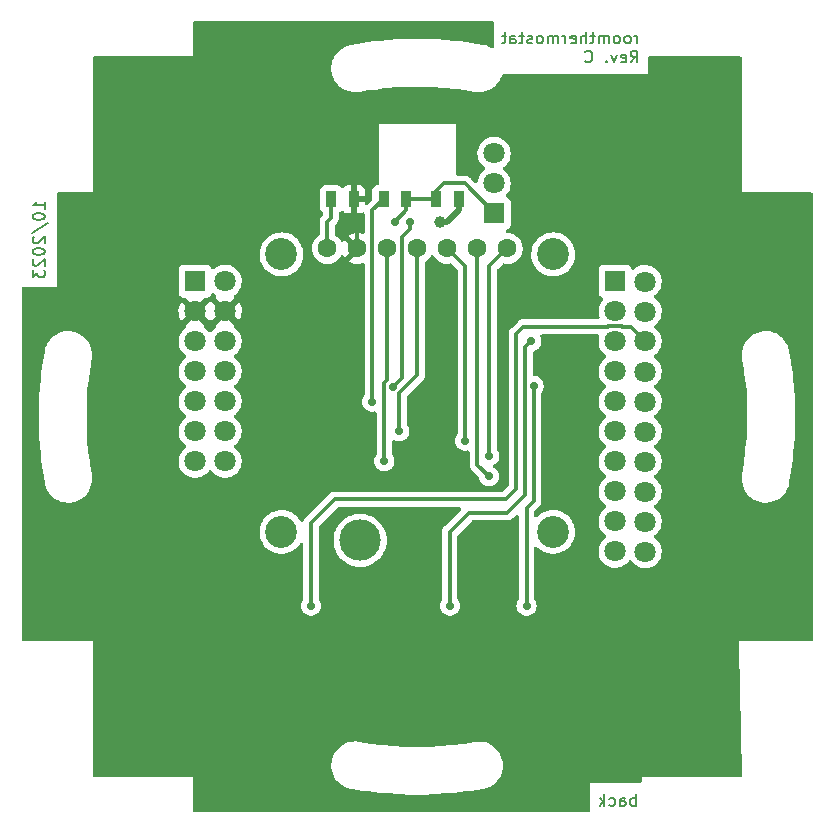
<source format=gbr>
G04 #@! TF.GenerationSoftware,KiCad,Pcbnew,6.0.11-2627ca5db0~126~ubuntu22.04.1*
G04 #@! TF.CreationDate,2023-12-06T10:27:33+01:00*
G04 #@! TF.ProjectId,roomthermostat,726f6f6d-7468-4657-926d-6f737461742e,C*
G04 #@! TF.SameCoordinates,Original*
G04 #@! TF.FileFunction,Copper,L2,Bot*
G04 #@! TF.FilePolarity,Positive*
%FSLAX46Y46*%
G04 Gerber Fmt 4.6, Leading zero omitted, Abs format (unit mm)*
G04 Created by KiCad (PCBNEW 6.0.11-2627ca5db0~126~ubuntu22.04.1) date 2023-12-06 10:27:33*
%MOMM*%
%LPD*%
G01*
G04 APERTURE LIST*
%ADD10C,0.200000*%
G04 #@! TA.AperFunction,NonConductor*
%ADD11C,0.200000*%
G04 #@! TD*
G04 #@! TA.AperFunction,ComponentPad*
%ADD12C,1.600000*%
G04 #@! TD*
G04 #@! TA.AperFunction,ComponentPad*
%ADD13C,2.700000*%
G04 #@! TD*
G04 #@! TA.AperFunction,ComponentPad*
%ADD14R,1.800000X1.800000*%
G04 #@! TD*
G04 #@! TA.AperFunction,ComponentPad*
%ADD15C,1.800000*%
G04 #@! TD*
G04 #@! TA.AperFunction,SMDPad,CuDef*
%ADD16R,0.889000X1.397000*%
G04 #@! TD*
G04 #@! TA.AperFunction,ComponentPad*
%ADD17C,3.500000*%
G04 #@! TD*
G04 #@! TA.AperFunction,ViaPad*
%ADD18C,1.000000*%
G04 #@! TD*
G04 #@! TA.AperFunction,ViaPad*
%ADD19C,0.700000*%
G04 #@! TD*
G04 #@! TA.AperFunction,Conductor*
%ADD20C,0.300000*%
G04 #@! TD*
G04 #@! TA.AperFunction,Conductor*
%ADD21C,0.500000*%
G04 #@! TD*
G04 APERTURE END LIST*
D10*
D11*
X65367380Y-82750952D02*
X65367380Y-82179523D01*
X65367380Y-82465238D02*
X64367380Y-82465238D01*
X64510238Y-82370000D01*
X64605476Y-82274761D01*
X64653095Y-82179523D01*
X64367380Y-83370000D02*
X64367380Y-83465238D01*
X64415000Y-83560476D01*
X64462619Y-83608095D01*
X64557857Y-83655714D01*
X64748333Y-83703333D01*
X64986428Y-83703333D01*
X65176904Y-83655714D01*
X65272142Y-83608095D01*
X65319761Y-83560476D01*
X65367380Y-83465238D01*
X65367380Y-83370000D01*
X65319761Y-83274761D01*
X65272142Y-83227142D01*
X65176904Y-83179523D01*
X64986428Y-83131904D01*
X64748333Y-83131904D01*
X64557857Y-83179523D01*
X64462619Y-83227142D01*
X64415000Y-83274761D01*
X64367380Y-83370000D01*
X64319761Y-84846190D02*
X65605476Y-83989047D01*
X64462619Y-85131904D02*
X64415000Y-85179523D01*
X64367380Y-85274761D01*
X64367380Y-85512857D01*
X64415000Y-85608095D01*
X64462619Y-85655714D01*
X64557857Y-85703333D01*
X64653095Y-85703333D01*
X64795952Y-85655714D01*
X65367380Y-85084285D01*
X65367380Y-85703333D01*
X64367380Y-86322380D02*
X64367380Y-86417619D01*
X64415000Y-86512857D01*
X64462619Y-86560476D01*
X64557857Y-86608095D01*
X64748333Y-86655714D01*
X64986428Y-86655714D01*
X65176904Y-86608095D01*
X65272142Y-86560476D01*
X65319761Y-86512857D01*
X65367380Y-86417619D01*
X65367380Y-86322380D01*
X65319761Y-86227142D01*
X65272142Y-86179523D01*
X65176904Y-86131904D01*
X64986428Y-86084285D01*
X64748333Y-86084285D01*
X64557857Y-86131904D01*
X64462619Y-86179523D01*
X64415000Y-86227142D01*
X64367380Y-86322380D01*
X64462619Y-87036666D02*
X64415000Y-87084285D01*
X64367380Y-87179523D01*
X64367380Y-87417619D01*
X64415000Y-87512857D01*
X64462619Y-87560476D01*
X64557857Y-87608095D01*
X64653095Y-87608095D01*
X64795952Y-87560476D01*
X65367380Y-86989047D01*
X65367380Y-87608095D01*
X64367380Y-87941428D02*
X64367380Y-88560476D01*
X64748333Y-88227142D01*
X64748333Y-88370000D01*
X64795952Y-88465238D01*
X64843571Y-88512857D01*
X64938809Y-88560476D01*
X65176904Y-88560476D01*
X65272142Y-88512857D01*
X65319761Y-88465238D01*
X65367380Y-88370000D01*
X65367380Y-88084285D01*
X65319761Y-87989047D01*
X65272142Y-87941428D01*
D10*
D11*
X115546904Y-68767380D02*
X115546904Y-68100714D01*
X115546904Y-68291190D02*
X115499285Y-68195952D01*
X115451666Y-68148333D01*
X115356428Y-68100714D01*
X115261190Y-68100714D01*
X114785000Y-68767380D02*
X114880238Y-68719761D01*
X114927857Y-68672142D01*
X114975476Y-68576904D01*
X114975476Y-68291190D01*
X114927857Y-68195952D01*
X114880238Y-68148333D01*
X114785000Y-68100714D01*
X114642142Y-68100714D01*
X114546904Y-68148333D01*
X114499285Y-68195952D01*
X114451666Y-68291190D01*
X114451666Y-68576904D01*
X114499285Y-68672142D01*
X114546904Y-68719761D01*
X114642142Y-68767380D01*
X114785000Y-68767380D01*
X113880238Y-68767380D02*
X113975476Y-68719761D01*
X114023095Y-68672142D01*
X114070714Y-68576904D01*
X114070714Y-68291190D01*
X114023095Y-68195952D01*
X113975476Y-68148333D01*
X113880238Y-68100714D01*
X113737380Y-68100714D01*
X113642142Y-68148333D01*
X113594523Y-68195952D01*
X113546904Y-68291190D01*
X113546904Y-68576904D01*
X113594523Y-68672142D01*
X113642142Y-68719761D01*
X113737380Y-68767380D01*
X113880238Y-68767380D01*
X113118333Y-68767380D02*
X113118333Y-68100714D01*
X113118333Y-68195952D02*
X113070714Y-68148333D01*
X112975476Y-68100714D01*
X112832619Y-68100714D01*
X112737380Y-68148333D01*
X112689761Y-68243571D01*
X112689761Y-68767380D01*
X112689761Y-68243571D02*
X112642142Y-68148333D01*
X112546904Y-68100714D01*
X112404047Y-68100714D01*
X112308809Y-68148333D01*
X112261190Y-68243571D01*
X112261190Y-68767380D01*
X111927857Y-68100714D02*
X111546904Y-68100714D01*
X111785000Y-67767380D02*
X111785000Y-68624523D01*
X111737380Y-68719761D01*
X111642142Y-68767380D01*
X111546904Y-68767380D01*
X111213571Y-68767380D02*
X111213571Y-67767380D01*
X110785000Y-68767380D02*
X110785000Y-68243571D01*
X110832619Y-68148333D01*
X110927857Y-68100714D01*
X111070714Y-68100714D01*
X111165952Y-68148333D01*
X111213571Y-68195952D01*
X109927857Y-68719761D02*
X110023095Y-68767380D01*
X110213571Y-68767380D01*
X110308809Y-68719761D01*
X110356428Y-68624523D01*
X110356428Y-68243571D01*
X110308809Y-68148333D01*
X110213571Y-68100714D01*
X110023095Y-68100714D01*
X109927857Y-68148333D01*
X109880238Y-68243571D01*
X109880238Y-68338809D01*
X110356428Y-68434047D01*
X109451666Y-68767380D02*
X109451666Y-68100714D01*
X109451666Y-68291190D02*
X109404047Y-68195952D01*
X109356428Y-68148333D01*
X109261190Y-68100714D01*
X109165952Y-68100714D01*
X108832619Y-68767380D02*
X108832619Y-68100714D01*
X108832619Y-68195952D02*
X108785000Y-68148333D01*
X108689761Y-68100714D01*
X108546904Y-68100714D01*
X108451666Y-68148333D01*
X108404047Y-68243571D01*
X108404047Y-68767380D01*
X108404047Y-68243571D02*
X108356428Y-68148333D01*
X108261190Y-68100714D01*
X108118333Y-68100714D01*
X108023095Y-68148333D01*
X107975476Y-68243571D01*
X107975476Y-68767380D01*
X107356428Y-68767380D02*
X107451666Y-68719761D01*
X107499285Y-68672142D01*
X107546904Y-68576904D01*
X107546904Y-68291190D01*
X107499285Y-68195952D01*
X107451666Y-68148333D01*
X107356428Y-68100714D01*
X107213571Y-68100714D01*
X107118333Y-68148333D01*
X107070714Y-68195952D01*
X107023095Y-68291190D01*
X107023095Y-68576904D01*
X107070714Y-68672142D01*
X107118333Y-68719761D01*
X107213571Y-68767380D01*
X107356428Y-68767380D01*
X106642142Y-68719761D02*
X106546904Y-68767380D01*
X106356428Y-68767380D01*
X106261190Y-68719761D01*
X106213571Y-68624523D01*
X106213571Y-68576904D01*
X106261190Y-68481666D01*
X106356428Y-68434047D01*
X106499285Y-68434047D01*
X106594523Y-68386428D01*
X106642142Y-68291190D01*
X106642142Y-68243571D01*
X106594523Y-68148333D01*
X106499285Y-68100714D01*
X106356428Y-68100714D01*
X106261190Y-68148333D01*
X105927857Y-68100714D02*
X105546904Y-68100714D01*
X105785000Y-67767380D02*
X105785000Y-68624523D01*
X105737380Y-68719761D01*
X105642142Y-68767380D01*
X105546904Y-68767380D01*
X104785000Y-68767380D02*
X104785000Y-68243571D01*
X104832619Y-68148333D01*
X104927857Y-68100714D01*
X105118333Y-68100714D01*
X105213571Y-68148333D01*
X104785000Y-68719761D02*
X104880238Y-68767380D01*
X105118333Y-68767380D01*
X105213571Y-68719761D01*
X105261190Y-68624523D01*
X105261190Y-68529285D01*
X105213571Y-68434047D01*
X105118333Y-68386428D01*
X104880238Y-68386428D01*
X104785000Y-68338809D01*
X104451666Y-68100714D02*
X104070714Y-68100714D01*
X104308809Y-67767380D02*
X104308809Y-68624523D01*
X104261190Y-68719761D01*
X104165952Y-68767380D01*
X104070714Y-68767380D01*
X114975476Y-70377380D02*
X115308809Y-69901190D01*
X115546904Y-70377380D02*
X115546904Y-69377380D01*
X115165952Y-69377380D01*
X115070714Y-69425000D01*
X115023095Y-69472619D01*
X114975476Y-69567857D01*
X114975476Y-69710714D01*
X115023095Y-69805952D01*
X115070714Y-69853571D01*
X115165952Y-69901190D01*
X115546904Y-69901190D01*
X114165952Y-70329761D02*
X114261190Y-70377380D01*
X114451666Y-70377380D01*
X114546904Y-70329761D01*
X114594523Y-70234523D01*
X114594523Y-69853571D01*
X114546904Y-69758333D01*
X114451666Y-69710714D01*
X114261190Y-69710714D01*
X114165952Y-69758333D01*
X114118333Y-69853571D01*
X114118333Y-69948809D01*
X114594523Y-70044047D01*
X113785000Y-69710714D02*
X113546904Y-70377380D01*
X113308809Y-69710714D01*
X112927857Y-70282142D02*
X112880238Y-70329761D01*
X112927857Y-70377380D01*
X112975476Y-70329761D01*
X112927857Y-70282142D01*
X112927857Y-70377380D01*
X111118333Y-70282142D02*
X111165952Y-70329761D01*
X111308809Y-70377380D01*
X111404047Y-70377380D01*
X111546904Y-70329761D01*
X111642142Y-70234523D01*
X111689761Y-70139285D01*
X111737380Y-69948809D01*
X111737380Y-69805952D01*
X111689761Y-69615476D01*
X111642142Y-69520238D01*
X111546904Y-69425000D01*
X111404047Y-69377380D01*
X111308809Y-69377380D01*
X111165952Y-69425000D01*
X111118333Y-69472619D01*
D10*
D11*
X115415000Y-133322380D02*
X115415000Y-132322380D01*
X115415000Y-132703333D02*
X115319761Y-132655714D01*
X115129285Y-132655714D01*
X115034047Y-132703333D01*
X114986428Y-132750952D01*
X114938809Y-132846190D01*
X114938809Y-133131904D01*
X114986428Y-133227142D01*
X115034047Y-133274761D01*
X115129285Y-133322380D01*
X115319761Y-133322380D01*
X115415000Y-133274761D01*
X114081666Y-133322380D02*
X114081666Y-132798571D01*
X114129285Y-132703333D01*
X114224523Y-132655714D01*
X114415000Y-132655714D01*
X114510238Y-132703333D01*
X114081666Y-133274761D02*
X114176904Y-133322380D01*
X114415000Y-133322380D01*
X114510238Y-133274761D01*
X114557857Y-133179523D01*
X114557857Y-133084285D01*
X114510238Y-132989047D01*
X114415000Y-132941428D01*
X114176904Y-132941428D01*
X114081666Y-132893809D01*
X113176904Y-133274761D02*
X113272142Y-133322380D01*
X113462619Y-133322380D01*
X113557857Y-133274761D01*
X113605476Y-133227142D01*
X113653095Y-133131904D01*
X113653095Y-132846190D01*
X113605476Y-132750952D01*
X113557857Y-132703333D01*
X113462619Y-132655714D01*
X113272142Y-132655714D01*
X113176904Y-132703333D01*
X112748333Y-133322380D02*
X112748333Y-132322380D01*
X112653095Y-132941428D02*
X112367380Y-133322380D01*
X112367380Y-132655714D02*
X112748333Y-133036666D01*
D12*
X89295000Y-86120000D03*
X91835000Y-86120000D03*
X94375000Y-86120000D03*
X96915000Y-86120000D03*
X99455000Y-86120000D03*
X101995000Y-86120000D03*
X104535000Y-86120000D03*
D13*
X85415000Y-86620000D03*
X85415000Y-110120000D03*
X108415000Y-110120000D03*
X108415000Y-86620000D03*
D14*
X103415000Y-83160000D03*
D15*
X103415000Y-80620000D03*
X103415000Y-78080000D03*
D16*
X91517500Y-81955000D03*
X89612500Y-81955000D03*
X98502500Y-81955000D03*
X100407500Y-81955000D03*
X95962500Y-81955000D03*
X94057500Y-81955000D03*
D14*
X113665000Y-88900000D03*
D15*
X116205000Y-88930000D03*
X113665000Y-91440000D03*
X116205000Y-91470000D03*
X113665000Y-93980000D03*
X116205000Y-93980000D03*
X113665000Y-96520000D03*
X116205000Y-96550000D03*
X113665000Y-99060000D03*
X116205000Y-99090000D03*
X113665000Y-101600000D03*
X116205000Y-101630000D03*
X113665000Y-104140000D03*
X116205000Y-104170000D03*
X113665000Y-106680000D03*
X116205000Y-106710000D03*
X113665000Y-109220000D03*
X116205000Y-109250000D03*
X113665000Y-111760000D03*
X116205000Y-111790000D03*
D14*
X78105000Y-88900000D03*
D15*
X80645000Y-88900000D03*
X78105000Y-91440000D03*
X80645000Y-91440000D03*
X78105000Y-93980000D03*
X80645000Y-93980000D03*
X78105000Y-96520000D03*
X80645000Y-96520000D03*
X78105000Y-99060000D03*
X80645000Y-99060000D03*
X78105000Y-101600000D03*
X80645000Y-101600000D03*
X78105000Y-104140000D03*
X80645000Y-104140000D03*
D17*
X92075000Y-110840000D03*
D18*
X98820000Y-83860000D03*
D19*
X94121002Y-104140000D03*
X95391000Y-101600000D03*
X102990999Y-105429999D03*
X94883000Y-97830000D03*
X96280000Y-83860000D03*
X106165000Y-116370000D03*
X106759010Y-97770000D03*
X87915000Y-116370000D03*
X106567000Y-93980000D03*
X99665000Y-116370000D03*
X95010000Y-83860000D03*
X93105000Y-99100000D03*
X100979000Y-102402000D03*
X103011000Y-103672004D03*
D20*
X91835000Y-86120000D02*
X91835000Y-83860000D01*
X91517500Y-83542500D02*
X91517500Y-81955000D01*
X91835000Y-83860000D02*
X91517500Y-83542500D01*
D21*
X100407500Y-82907500D02*
X99455000Y-83860000D01*
X100407500Y-81955000D02*
X100407500Y-82907500D01*
X99455000Y-83860000D02*
X98820000Y-83860000D01*
D20*
X89612500Y-83542500D02*
X89295000Y-83860000D01*
X89295000Y-83860000D02*
X89295000Y-86120000D01*
X89612500Y-81955000D02*
X89612500Y-83542500D01*
X94121002Y-97555996D02*
X94121002Y-104140000D01*
X94375000Y-97301998D02*
X94121002Y-97555996D01*
X94375000Y-86120000D02*
X94375000Y-97301998D01*
X96915000Y-96834002D02*
X95391000Y-98358002D01*
X96915000Y-86120000D02*
X96915000Y-96834002D01*
X95391000Y-98358002D02*
X95391000Y-101600000D01*
X101995000Y-104434000D02*
X102990999Y-105429999D01*
X101995000Y-86120000D02*
X101995000Y-104434000D01*
X94883000Y-97830000D02*
X95645000Y-97068000D01*
X95645000Y-85140000D02*
X95645000Y-97068000D01*
X96280000Y-84495000D02*
X96285000Y-84500000D01*
X96285000Y-84500000D02*
X95645000Y-85140000D01*
X96280000Y-83860000D02*
X96280000Y-84495000D01*
X106165000Y-116370000D02*
X106165000Y-108120000D01*
X106165000Y-108120000D02*
X106759010Y-107525990D01*
X106759010Y-107525990D02*
X106759010Y-97770000D01*
X87915000Y-109370000D02*
X87915000Y-116370000D01*
X105297000Y-93351998D02*
X105297000Y-106488000D01*
X114975000Y-92750000D02*
X114285002Y-92750000D01*
X116205000Y-93980000D02*
X114975000Y-92750000D01*
X87915000Y-109370000D02*
X89915000Y-107370000D01*
X113064999Y-92729999D02*
X113044998Y-92750000D01*
X113044998Y-92750000D02*
X105898998Y-92750000D01*
X105898998Y-92750000D02*
X105297000Y-93351998D01*
X114285002Y-92750000D02*
X114265001Y-92729999D01*
X114265001Y-92729999D02*
X113064999Y-92729999D01*
X89915000Y-107370000D02*
X104415000Y-107370000D01*
X105297000Y-106488000D02*
X104415000Y-107370000D01*
X99665000Y-110120000D02*
X99665000Y-116370000D01*
X104535000Y-108498000D02*
X106059000Y-106974000D01*
X106567000Y-93980000D02*
X106059000Y-94488000D01*
X101287000Y-108498000D02*
X99665000Y-110120000D01*
X104535000Y-108498000D02*
X101287000Y-108498000D01*
X106059000Y-94488000D02*
X106059000Y-106974000D01*
X103415000Y-83160000D02*
X103415000Y-83120000D01*
X103415000Y-83120000D02*
X100915000Y-80620000D01*
X98502500Y-81955000D02*
X95962500Y-81955000D01*
X99165000Y-80620000D02*
X98502500Y-81282500D01*
X98502500Y-81282500D02*
X98502500Y-81955000D01*
X95962500Y-82907500D02*
X95010000Y-83860000D01*
X95962500Y-81955000D02*
X95962500Y-82907500D01*
X100915000Y-80620000D02*
X99165000Y-80620000D01*
X93105000Y-82907500D02*
X93105000Y-99100000D01*
X94057500Y-81955000D02*
X93105000Y-82907500D01*
X99455000Y-86120000D02*
X100979000Y-87644000D01*
X100979000Y-87644000D02*
X100979000Y-102402000D01*
X103011000Y-87644000D02*
X103011000Y-103672004D01*
X104535000Y-86120000D02*
X103011000Y-87644000D01*
G04 #@! TA.AperFunction,Conductor*
G36*
X103330476Y-66890462D02*
G01*
X103385014Y-66945000D01*
X103404976Y-67019500D01*
X103404976Y-69005381D01*
X103385014Y-69079881D01*
X103330476Y-69134419D01*
X103255976Y-69154381D01*
X103184088Y-69135892D01*
X103067089Y-69071446D01*
X102998197Y-69033499D01*
X102742534Y-68934879D01*
X102737629Y-68933716D01*
X102737623Y-68933714D01*
X102512521Y-68880335D01*
X102503285Y-68877604D01*
X102498721Y-68876365D01*
X102493304Y-68874435D01*
X102488376Y-68873498D01*
X102488134Y-68873415D01*
X102485686Y-68872976D01*
X102485676Y-68872974D01*
X102485423Y-68872929D01*
X102483861Y-68872640D01*
X102481999Y-68872286D01*
X102481995Y-68872286D01*
X102481166Y-68872128D01*
X102480906Y-68872119D01*
X102475973Y-68871235D01*
X102470224Y-68871103D01*
X102468726Y-68870953D01*
X102459930Y-68869805D01*
X101473869Y-68711049D01*
X101473863Y-68711048D01*
X101472738Y-68710867D01*
X101101765Y-68663233D01*
X100460987Y-68580956D01*
X100460961Y-68580953D01*
X100459831Y-68580808D01*
X100458677Y-68580697D01*
X100458658Y-68580695D01*
X100042964Y-68540759D01*
X99443289Y-68483147D01*
X98424148Y-68417984D01*
X98422957Y-68417946D01*
X98422937Y-68417945D01*
X97404639Y-68385425D01*
X97404631Y-68385425D01*
X97403445Y-68385387D01*
X96382223Y-68385387D01*
X96381037Y-68385425D01*
X96381029Y-68385425D01*
X95362731Y-68417945D01*
X95362711Y-68417946D01*
X95361520Y-68417984D01*
X94342379Y-68483147D01*
X93742704Y-68540759D01*
X93327010Y-68580695D01*
X93326991Y-68580697D01*
X93325837Y-68580808D01*
X93324707Y-68580953D01*
X93324681Y-68580956D01*
X92683903Y-68663233D01*
X92312930Y-68710867D01*
X92311804Y-68711048D01*
X92311799Y-68711049D01*
X91331423Y-68868889D01*
X91321835Y-68870073D01*
X91316692Y-68870119D01*
X91311014Y-68871055D01*
X91311011Y-68871055D01*
X91310185Y-68871191D01*
X91310180Y-68871192D01*
X91304502Y-68872128D01*
X91299037Y-68873926D01*
X91299029Y-68873928D01*
X91271518Y-68882980D01*
X91269755Y-68883497D01*
X91267283Y-68883937D01*
X91242278Y-68892517D01*
X91237314Y-68894220D01*
X91235523Y-68894822D01*
X91168317Y-68916932D01*
X91165977Y-68918541D01*
X91163887Y-68919413D01*
X91060314Y-68954950D01*
X91034972Y-68961227D01*
X91020371Y-68963509D01*
X91014895Y-68965260D01*
X91014891Y-68965261D01*
X91014082Y-68965520D01*
X91008603Y-68967272D01*
X91003462Y-68969844D01*
X91001216Y-68970759D01*
X90995559Y-68973329D01*
X90957402Y-68988963D01*
X90759871Y-69069898D01*
X90755532Y-69072400D01*
X90755529Y-69072402D01*
X90531161Y-69201807D01*
X90531157Y-69201810D01*
X90526827Y-69204307D01*
X90313875Y-69368705D01*
X90310366Y-69372259D01*
X90310361Y-69372263D01*
X90135787Y-69549055D01*
X90124849Y-69560132D01*
X89963152Y-69775143D01*
X89960706Y-69779511D01*
X89842523Y-69990533D01*
X89831696Y-70009865D01*
X89732848Y-70260074D01*
X89668386Y-70521263D01*
X89667849Y-70526233D01*
X89667848Y-70526237D01*
X89643741Y-70749244D01*
X89639472Y-70788731D01*
X89646626Y-71057663D01*
X89689719Y-71323215D01*
X89691172Y-71327995D01*
X89691173Y-71327998D01*
X89731167Y-71459541D01*
X89767976Y-71580608D01*
X89770059Y-71585156D01*
X89770061Y-71585162D01*
X89833754Y-71724248D01*
X89879988Y-71825208D01*
X89882659Y-71829434D01*
X89882661Y-71829437D01*
X90021060Y-72048375D01*
X90021064Y-72048380D01*
X90023737Y-72052609D01*
X90196636Y-72258718D01*
X90326572Y-72377009D01*
X90382180Y-72427633D01*
X90395572Y-72439825D01*
X90616964Y-72592669D01*
X90621423Y-72594934D01*
X90621425Y-72594935D01*
X90852358Y-72712229D01*
X90852362Y-72712231D01*
X90856824Y-72714497D01*
X90909699Y-72732944D01*
X91106106Y-72801467D01*
X91106109Y-72801468D01*
X91110836Y-72803117D01*
X91115742Y-72804119D01*
X91115747Y-72804120D01*
X91235292Y-72828527D01*
X91374425Y-72856933D01*
X91414638Y-72859636D01*
X91609732Y-72872750D01*
X91624446Y-72874478D01*
X91630491Y-72875495D01*
X91636730Y-72875571D01*
X91637093Y-72875576D01*
X91637097Y-72875576D01*
X91642845Y-72875646D01*
X91648533Y-72874831D01*
X91648538Y-72874831D01*
X91665427Y-72872412D01*
X91668273Y-72872004D01*
X91689398Y-72870499D01*
X91823392Y-72870499D01*
X91827620Y-72870753D01*
X91832303Y-72872010D01*
X91842915Y-72871774D01*
X91842917Y-72871774D01*
X91898532Y-72870536D01*
X91901847Y-72870499D01*
X91928774Y-72870499D01*
X91933108Y-72869879D01*
X91937681Y-72869665D01*
X91975634Y-72868820D01*
X91992922Y-72863344D01*
X92016782Y-72857896D01*
X92034752Y-72855322D01*
X92038292Y-72853712D01*
X92041691Y-72852946D01*
X92779806Y-72734618D01*
X92957555Y-72706123D01*
X92962776Y-72705381D01*
X93227959Y-72672474D01*
X93941814Y-72583891D01*
X93947073Y-72583333D01*
X94583940Y-72527166D01*
X94929820Y-72496662D01*
X94935072Y-72496293D01*
X95920279Y-72444556D01*
X95925529Y-72444374D01*
X96912015Y-72427633D01*
X96917252Y-72427638D01*
X97431128Y-72437161D01*
X97903609Y-72445917D01*
X97908894Y-72446108D01*
X98473876Y-72476661D01*
X98894063Y-72499384D01*
X98899299Y-72499761D01*
X99513784Y-72554921D01*
X99881889Y-72587964D01*
X99887147Y-72588530D01*
X100388124Y-72651491D01*
X100866008Y-72711551D01*
X100871206Y-72712297D01*
X101800538Y-72862767D01*
X101825380Y-72869022D01*
X101840732Y-72874327D01*
X101847553Y-72874656D01*
X101850202Y-72875263D01*
X101855701Y-72876981D01*
X101861396Y-72877831D01*
X101861400Y-72877832D01*
X101862226Y-72877955D01*
X101867921Y-72878805D01*
X101873124Y-72878772D01*
X101873664Y-72878809D01*
X101895557Y-72880307D01*
X102141359Y-72897128D01*
X102414769Y-72878782D01*
X102683204Y-72823718D01*
X102941757Y-72732944D01*
X102982240Y-72712229D01*
X103181214Y-72610413D01*
X103185699Y-72608118D01*
X103410571Y-72451523D01*
X103414283Y-72448109D01*
X103414288Y-72448105D01*
X103608551Y-72269435D01*
X103612262Y-72266022D01*
X103787083Y-72055008D01*
X103931837Y-71822337D01*
X104029334Y-71604729D01*
X104041819Y-71576864D01*
X104041821Y-71576857D01*
X104043879Y-71572265D01*
X104068802Y-71487479D01*
X104108965Y-71421633D01*
X104176669Y-71384690D01*
X104211754Y-71380500D01*
X116415500Y-71380500D01*
X116415500Y-70019500D01*
X116435462Y-69945000D01*
X116490000Y-69890462D01*
X116564500Y-69870500D01*
X124265500Y-69870500D01*
X124340000Y-69890462D01*
X124394538Y-69945000D01*
X124414500Y-70019500D01*
X124414500Y-80861450D01*
X124414497Y-80862360D01*
X124414128Y-80922825D01*
X124414031Y-80938624D01*
X124414754Y-80941152D01*
X124415000Y-80944765D01*
X124415000Y-81370000D01*
X124838747Y-81370000D01*
X124840259Y-81370112D01*
X124840259Y-81370093D01*
X124841560Y-81370101D01*
X124874317Y-81370301D01*
X124874883Y-81370325D01*
X124876009Y-81370500D01*
X124906450Y-81370500D01*
X124907360Y-81370503D01*
X124983624Y-81370969D01*
X124984999Y-81370576D01*
X124986116Y-81370500D01*
X130265500Y-81370500D01*
X130340000Y-81390462D01*
X130394538Y-81445000D01*
X130414500Y-81519500D01*
X130414500Y-119220500D01*
X130394538Y-119295000D01*
X130340000Y-119349538D01*
X130265500Y-119369500D01*
X124923550Y-119369500D01*
X124922640Y-119369497D01*
X124853782Y-119369076D01*
X124853779Y-119369076D01*
X124846376Y-119369031D01*
X124843848Y-119369754D01*
X124840235Y-119370000D01*
X124165000Y-119370000D01*
X124165444Y-119390436D01*
X124165444Y-119390437D01*
X124176055Y-119878550D01*
X124411629Y-130714899D01*
X124411680Y-130717262D01*
X124393341Y-130792178D01*
X124340002Y-130847888D01*
X124262715Y-130869500D01*
X116423550Y-130869500D01*
X116422640Y-130869497D01*
X116353782Y-130869076D01*
X116353779Y-130869076D01*
X116346376Y-130869031D01*
X116343848Y-130869754D01*
X116340235Y-130870000D01*
X115915000Y-130870000D01*
X115915000Y-131265500D01*
X115895038Y-131340000D01*
X115840500Y-131394538D01*
X115766000Y-131414500D01*
X111576405Y-131414500D01*
X111576405Y-133720500D01*
X111556443Y-133795000D01*
X111501905Y-133849538D01*
X111427405Y-133869500D01*
X78064500Y-133869500D01*
X77990000Y-133849538D01*
X77935462Y-133795000D01*
X77915500Y-133720500D01*
X77915500Y-131378550D01*
X77915503Y-131377640D01*
X77915924Y-131308782D01*
X77915924Y-131308779D01*
X77915969Y-131301376D01*
X77915246Y-131298848D01*
X77915000Y-131295235D01*
X77915000Y-130870000D01*
X77491253Y-130870000D01*
X77489741Y-130869888D01*
X77489741Y-130869907D01*
X77488440Y-130869899D01*
X77455683Y-130869699D01*
X77455117Y-130869675D01*
X77453991Y-130869500D01*
X77423550Y-130869500D01*
X77422640Y-130869497D01*
X77422675Y-130869497D01*
X77346376Y-130869031D01*
X77345001Y-130869424D01*
X77343884Y-130869500D01*
X69564500Y-130869500D01*
X69490000Y-130849538D01*
X69435462Y-130795000D01*
X69415500Y-130720500D01*
X69415500Y-129992014D01*
X89641892Y-129992014D01*
X89674704Y-130263985D01*
X89675977Y-130268860D01*
X89736448Y-130500468D01*
X89743908Y-130529042D01*
X89848239Y-130782340D01*
X89985788Y-131019246D01*
X90154042Y-131235430D01*
X90349922Y-131426938D01*
X90569849Y-131590268D01*
X90809800Y-131722435D01*
X91065389Y-131821021D01*
X91070289Y-131822183D01*
X91070296Y-131822185D01*
X91295282Y-131875531D01*
X91304613Y-131878290D01*
X91309115Y-131879512D01*
X91314530Y-131881442D01*
X91319474Y-131882382D01*
X91319710Y-131882463D01*
X91321999Y-131882873D01*
X91322007Y-131882875D01*
X91322366Y-131882939D01*
X91323901Y-131883223D01*
X91326668Y-131883749D01*
X91326933Y-131883758D01*
X91331871Y-131884643D01*
X91337628Y-131884775D01*
X91339113Y-131884924D01*
X91347902Y-131886072D01*
X92333965Y-132044828D01*
X92333971Y-132044829D01*
X92335096Y-132045010D01*
X92706069Y-132092644D01*
X93346847Y-132174921D01*
X93346873Y-132174924D01*
X93348003Y-132175069D01*
X93349157Y-132175180D01*
X93349176Y-132175182D01*
X93764870Y-132215118D01*
X94364545Y-132272730D01*
X95383686Y-132337893D01*
X95384877Y-132337931D01*
X95384897Y-132337932D01*
X96403195Y-132370452D01*
X96403203Y-132370452D01*
X96404389Y-132370490D01*
X97425611Y-132370490D01*
X97426797Y-132370452D01*
X97426805Y-132370452D01*
X98445103Y-132337932D01*
X98445123Y-132337931D01*
X98446314Y-132337893D01*
X99465455Y-132272730D01*
X100065130Y-132215118D01*
X100480824Y-132175182D01*
X100480843Y-132175180D01*
X100481997Y-132175069D01*
X100483127Y-132174924D01*
X100483153Y-132174921D01*
X101123931Y-132092644D01*
X101494904Y-132045010D01*
X101496030Y-132044829D01*
X101496035Y-132044828D01*
X102476411Y-131886988D01*
X102485999Y-131885804D01*
X102491142Y-131885758D01*
X102496820Y-131884822D01*
X102496823Y-131884822D01*
X102497649Y-131884686D01*
X102497654Y-131884685D01*
X102503332Y-131883749D01*
X102508797Y-131881951D01*
X102508805Y-131881949D01*
X102536316Y-131872897D01*
X102538079Y-131872380D01*
X102540551Y-131871940D01*
X102570520Y-131861657D01*
X102572311Y-131861055D01*
X102632350Y-131841303D01*
X102632352Y-131841302D01*
X102639517Y-131838945D01*
X102641858Y-131837335D01*
X102643946Y-131836464D01*
X102685562Y-131822185D01*
X102747523Y-131800925D01*
X102772863Y-131794649D01*
X102787476Y-131792365D01*
X102799244Y-131788601D01*
X102804388Y-131786027D01*
X102807024Y-131784953D01*
X102811886Y-131782745D01*
X103007961Y-131702400D01*
X103047982Y-131686001D01*
X103281022Y-131551588D01*
X103493969Y-131387187D01*
X103497478Y-131383633D01*
X103497484Y-131383628D01*
X103679478Y-131199315D01*
X103679480Y-131199313D01*
X103682991Y-131195757D01*
X103697646Y-131176270D01*
X103841675Y-130984745D01*
X103841675Y-130984744D01*
X103844683Y-130980745D01*
X103865253Y-130944016D01*
X103973693Y-130750382D01*
X103976135Y-130746022D01*
X104074981Y-130495814D01*
X104076177Y-130490966D01*
X104076180Y-130490958D01*
X104138243Y-130239476D01*
X104139440Y-130234626D01*
X104164083Y-130006652D01*
X104167814Y-129972141D01*
X104167814Y-129972133D01*
X104168352Y-129967159D01*
X104161197Y-129698229D01*
X104150758Y-129633899D01*
X104123359Y-129465067D01*
X104118103Y-129432678D01*
X104039847Y-129175287D01*
X103927836Y-128930689D01*
X103784089Y-128703288D01*
X103779621Y-128697962D01*
X103614414Y-128501018D01*
X103614408Y-128501012D01*
X103611192Y-128497178D01*
X103600544Y-128487484D01*
X103415960Y-128319439D01*
X103415957Y-128319436D01*
X103412259Y-128316070D01*
X103190871Y-128163225D01*
X102951014Y-128041394D01*
X102946284Y-128039744D01*
X102946280Y-128039742D01*
X102701728Y-127954418D01*
X102697005Y-127952770D01*
X102433419Y-127898949D01*
X102428436Y-127898614D01*
X102428429Y-127898613D01*
X102198123Y-127883128D01*
X102183399Y-127881399D01*
X102183398Y-127881399D01*
X102177354Y-127880382D01*
X102171185Y-127880307D01*
X102170754Y-127880301D01*
X102170750Y-127880301D01*
X102165000Y-127880231D01*
X102159302Y-127881047D01*
X102139569Y-127883873D01*
X102118446Y-127885378D01*
X101984441Y-127885378D01*
X101980213Y-127885124D01*
X101975530Y-127883867D01*
X101964918Y-127884103D01*
X101964916Y-127884103D01*
X101909301Y-127885341D01*
X101905986Y-127885378D01*
X101879060Y-127885378D01*
X101874726Y-127885998D01*
X101870153Y-127886212D01*
X101832199Y-127887057D01*
X101822080Y-127890262D01*
X101822075Y-127890263D01*
X101814909Y-127892533D01*
X101791048Y-127897982D01*
X101773082Y-127900555D01*
X101769538Y-127902167D01*
X101766143Y-127902932D01*
X101249521Y-127985759D01*
X100850276Y-128049768D01*
X100845044Y-128050512D01*
X99865983Y-128172044D01*
X99860727Y-128172602D01*
X98877966Y-128259334D01*
X98872693Y-128259705D01*
X97887491Y-128311526D01*
X97882209Y-128311710D01*
X97633726Y-128315954D01*
X96895772Y-128328557D01*
X96890528Y-128328554D01*
X95904063Y-128310403D01*
X95898827Y-128310214D01*
X94913645Y-128257089D01*
X94908421Y-128256715D01*
X93925724Y-128168681D01*
X93920523Y-128168122D01*
X92941592Y-128045293D01*
X92936376Y-128044544D01*
X92563075Y-127984188D01*
X92007155Y-127894306D01*
X91982307Y-127888057D01*
X91979411Y-127887057D01*
X91966822Y-127882710D01*
X91960040Y-127882384D01*
X91957472Y-127881795D01*
X91951986Y-127880082D01*
X91946301Y-127879233D01*
X91946297Y-127879232D01*
X91945940Y-127879179D01*
X91939767Y-127878257D01*
X91934005Y-127878293D01*
X91929329Y-127877960D01*
X91927953Y-127877917D01*
X91801769Y-127869279D01*
X91671432Y-127860355D01*
X91671425Y-127860355D01*
X91666400Y-127860011D01*
X91393072Y-127878344D01*
X91388143Y-127879355D01*
X91388135Y-127879356D01*
X91129649Y-127932372D01*
X91124715Y-127933384D01*
X91119962Y-127935053D01*
X91119957Y-127935054D01*
X91064799Y-127954418D01*
X90866238Y-128024125D01*
X90622365Y-128148909D01*
X90397557Y-128305452D01*
X90195924Y-128490894D01*
X90021152Y-128701843D01*
X90018490Y-128706121D01*
X90018489Y-128706123D01*
X89879099Y-128930164D01*
X89879095Y-128930171D01*
X89876438Y-128934442D01*
X89764427Y-129184438D01*
X89763003Y-129189281D01*
X89763003Y-129189282D01*
X89721666Y-129329904D01*
X89687167Y-129447261D01*
X89665112Y-129592620D01*
X89649837Y-129693291D01*
X89646072Y-129718103D01*
X89641892Y-129992014D01*
X69415500Y-129992014D01*
X69415500Y-119878550D01*
X69415503Y-119877640D01*
X69415924Y-119808782D01*
X69415924Y-119808779D01*
X69415969Y-119801376D01*
X69415246Y-119798848D01*
X69415000Y-119795235D01*
X69415000Y-119370000D01*
X68991253Y-119370000D01*
X68989741Y-119369888D01*
X68989741Y-119369907D01*
X68988440Y-119369899D01*
X68955683Y-119369699D01*
X68955117Y-119369675D01*
X68953991Y-119369500D01*
X68923550Y-119369500D01*
X68922640Y-119369497D01*
X68922675Y-119369497D01*
X68846376Y-119369031D01*
X68845001Y-119369424D01*
X68843884Y-119369500D01*
X63564500Y-119369500D01*
X63490000Y-119349538D01*
X63435462Y-119295000D01*
X63415500Y-119220500D01*
X63415500Y-110061726D01*
X83560688Y-110061726D01*
X83560895Y-110066996D01*
X83560895Y-110066998D01*
X83562535Y-110108734D01*
X83570977Y-110323582D01*
X83618058Y-110581376D01*
X83619726Y-110586377D01*
X83619728Y-110586383D01*
X83699324Y-110824961D01*
X83699327Y-110824968D01*
X83700994Y-110829965D01*
X83818128Y-111064387D01*
X83821117Y-111068712D01*
X83821119Y-111068715D01*
X83866503Y-111134380D01*
X83967124Y-111279967D01*
X84145010Y-111472402D01*
X84149086Y-111475720D01*
X84149092Y-111475726D01*
X84288039Y-111588846D01*
X84348235Y-111637853D01*
X84572745Y-111773019D01*
X84612847Y-111790000D01*
X84774967Y-111858649D01*
X84814060Y-111875203D01*
X84819159Y-111876555D01*
X84819162Y-111876556D01*
X85062262Y-111941013D01*
X85067365Y-111942366D01*
X85327607Y-111973167D01*
X85589592Y-111966993D01*
X85745681Y-111941013D01*
X85842905Y-111924831D01*
X85842909Y-111924830D01*
X85848094Y-111923967D01*
X86054627Y-111858649D01*
X86092941Y-111846532D01*
X86092944Y-111846531D01*
X86097955Y-111844946D01*
X86102689Y-111842673D01*
X86102696Y-111842670D01*
X86253399Y-111770303D01*
X86334188Y-111731509D01*
X86552082Y-111585917D01*
X86747287Y-111411076D01*
X86800617Y-111347633D01*
X86912519Y-111214509D01*
X86915910Y-111210475D01*
X86965144Y-111131532D01*
X86989072Y-111093164D01*
X87045434Y-111040514D01*
X87120570Y-111023098D01*
X87194348Y-111045584D01*
X87246998Y-111101946D01*
X87264500Y-111172012D01*
X87264500Y-115764205D01*
X87244538Y-115838705D01*
X87232686Y-115855019D01*
X87232955Y-115855215D01*
X87228362Y-115861536D01*
X87223141Y-115867335D01*
X87133750Y-116022165D01*
X87078503Y-116192197D01*
X87059815Y-116370000D01*
X87078503Y-116547803D01*
X87133750Y-116717835D01*
X87223141Y-116872665D01*
X87228363Y-116878465D01*
X87228367Y-116878470D01*
X87320256Y-116980521D01*
X87342770Y-117005526D01*
X87487407Y-117110612D01*
X87650733Y-117183329D01*
X87825609Y-117220500D01*
X88004391Y-117220500D01*
X88179267Y-117183329D01*
X88342593Y-117110612D01*
X88487230Y-117005526D01*
X88509744Y-116980521D01*
X88601633Y-116878470D01*
X88601637Y-116878465D01*
X88606859Y-116872665D01*
X88696250Y-116717835D01*
X88751497Y-116547803D01*
X88770185Y-116370000D01*
X88751497Y-116192197D01*
X88696250Y-116022165D01*
X88606859Y-115867335D01*
X88601638Y-115861536D01*
X88597045Y-115855215D01*
X88598721Y-115853997D01*
X88568754Y-115795175D01*
X88565500Y-115764205D01*
X88565500Y-110840000D01*
X89819671Y-110840000D01*
X89819990Y-110844867D01*
X89836265Y-111093164D01*
X89838966Y-111134380D01*
X89839917Y-111139159D01*
X89839917Y-111139162D01*
X89881384Y-111347633D01*
X89896519Y-111423722D01*
X89991348Y-111703077D01*
X89993504Y-111707450D01*
X89993507Y-111707456D01*
X90026852Y-111775072D01*
X90121828Y-111967664D01*
X90285727Y-112212957D01*
X90480242Y-112434758D01*
X90702043Y-112629273D01*
X90947335Y-112793172D01*
X91086568Y-112861834D01*
X91207544Y-112921493D01*
X91207550Y-112921496D01*
X91211923Y-112923652D01*
X91491278Y-113018481D01*
X91496059Y-113019432D01*
X91775838Y-113075083D01*
X91775841Y-113075083D01*
X91780620Y-113076034D01*
X91785481Y-113076353D01*
X91785484Y-113076353D01*
X92070133Y-113095010D01*
X92075000Y-113095329D01*
X92079867Y-113095010D01*
X92364516Y-113076353D01*
X92364519Y-113076353D01*
X92369380Y-113076034D01*
X92374159Y-113075083D01*
X92374162Y-113075083D01*
X92653941Y-113019432D01*
X92658722Y-113018481D01*
X92938077Y-112923652D01*
X92942450Y-112921496D01*
X92942456Y-112921493D01*
X93063432Y-112861834D01*
X93202665Y-112793172D01*
X93447957Y-112629273D01*
X93669758Y-112434758D01*
X93864273Y-112212957D01*
X94028172Y-111967664D01*
X94123148Y-111775072D01*
X94156493Y-111707456D01*
X94156496Y-111707450D01*
X94158652Y-111703077D01*
X94253481Y-111423722D01*
X94268616Y-111347633D01*
X94310083Y-111139162D01*
X94310083Y-111139159D01*
X94311034Y-111134380D01*
X94313736Y-111093164D01*
X94330010Y-110844867D01*
X94330329Y-110840000D01*
X94324643Y-110753255D01*
X94311353Y-110550484D01*
X94311353Y-110550481D01*
X94311034Y-110545620D01*
X94308945Y-110535115D01*
X94254432Y-110261059D01*
X94253481Y-110256278D01*
X94158652Y-109976923D01*
X94154400Y-109968299D01*
X94090961Y-109839660D01*
X94028172Y-109712336D01*
X94021392Y-109702188D01*
X93946620Y-109590284D01*
X93864273Y-109467043D01*
X93669758Y-109245242D01*
X93447957Y-109050727D01*
X93202665Y-108886828D01*
X92976626Y-108775358D01*
X92942456Y-108758507D01*
X92942450Y-108758504D01*
X92938077Y-108756348D01*
X92658722Y-108661519D01*
X92572854Y-108644439D01*
X92374162Y-108604917D01*
X92374159Y-108604917D01*
X92369380Y-108603966D01*
X92364519Y-108603647D01*
X92364516Y-108603647D01*
X92079867Y-108584990D01*
X92075000Y-108584671D01*
X92070133Y-108584990D01*
X91785484Y-108603647D01*
X91785481Y-108603647D01*
X91780620Y-108603966D01*
X91775841Y-108604917D01*
X91775838Y-108604917D01*
X91577146Y-108644439D01*
X91491278Y-108661519D01*
X91211923Y-108756348D01*
X91207550Y-108758504D01*
X91207544Y-108758507D01*
X91117221Y-108803050D01*
X90947336Y-108886828D01*
X90943289Y-108889532D01*
X90943284Y-108889535D01*
X90842805Y-108956673D01*
X90702043Y-109050727D01*
X90480242Y-109245242D01*
X90285727Y-109467043D01*
X90203380Y-109590284D01*
X90128609Y-109702188D01*
X90121828Y-109712336D01*
X90059039Y-109839660D01*
X89995601Y-109968299D01*
X89991348Y-109976923D01*
X89896519Y-110256278D01*
X89895568Y-110261059D01*
X89841056Y-110535115D01*
X89838966Y-110545620D01*
X89838647Y-110550481D01*
X89838647Y-110550484D01*
X89825357Y-110753255D01*
X89819671Y-110840000D01*
X88565500Y-110840000D01*
X88565500Y-109701164D01*
X88585462Y-109626664D01*
X88609141Y-109595805D01*
X90140805Y-108064141D01*
X90207600Y-108025577D01*
X90246164Y-108020500D01*
X100484836Y-108020500D01*
X100559336Y-108040462D01*
X100613874Y-108095000D01*
X100633836Y-108169500D01*
X100613874Y-108244000D01*
X100590195Y-108274859D01*
X99261701Y-109603353D01*
X99253879Y-109610471D01*
X99247060Y-109614798D01*
X99240643Y-109621632D01*
X99240640Y-109621634D01*
X99199428Y-109665521D01*
X99196171Y-109668883D01*
X99176089Y-109688965D01*
X99173223Y-109692659D01*
X99170352Y-109695916D01*
X99164995Y-109702188D01*
X99155466Y-109712336D01*
X99134552Y-109734607D01*
X99125274Y-109751485D01*
X99112443Y-109771017D01*
X99100638Y-109786236D01*
X99096914Y-109794841D01*
X99096912Y-109794845D01*
X99082977Y-109827049D01*
X99076805Y-109839648D01*
X99055373Y-109878632D01*
X99053042Y-109887711D01*
X99050583Y-109897288D01*
X99043011Y-109919406D01*
X99035365Y-109937074D01*
X99033899Y-109946330D01*
X99033898Y-109946333D01*
X99028409Y-109980990D01*
X99025563Y-109994734D01*
X99014500Y-110037823D01*
X99014500Y-110057079D01*
X99012665Y-110080389D01*
X99011997Y-110084609D01*
X99009653Y-110099405D01*
X99010535Y-110108734D01*
X99013839Y-110143686D01*
X99014500Y-110157709D01*
X99014500Y-115764205D01*
X98994538Y-115838705D01*
X98982686Y-115855019D01*
X98982955Y-115855215D01*
X98978362Y-115861536D01*
X98973141Y-115867335D01*
X98883750Y-116022165D01*
X98828503Y-116192197D01*
X98809815Y-116370000D01*
X98828503Y-116547803D01*
X98883750Y-116717835D01*
X98973141Y-116872665D01*
X98978363Y-116878465D01*
X98978367Y-116878470D01*
X99070256Y-116980521D01*
X99092770Y-117005526D01*
X99237407Y-117110612D01*
X99400733Y-117183329D01*
X99575609Y-117220500D01*
X99754391Y-117220500D01*
X99929267Y-117183329D01*
X100092593Y-117110612D01*
X100237230Y-117005526D01*
X100259744Y-116980521D01*
X100351633Y-116878470D01*
X100351637Y-116878465D01*
X100356859Y-116872665D01*
X100446250Y-116717835D01*
X100501497Y-116547803D01*
X100520185Y-116370000D01*
X100501497Y-116192197D01*
X100446250Y-116022165D01*
X100356859Y-115867335D01*
X100351638Y-115861536D01*
X100347045Y-115855215D01*
X100348721Y-115853997D01*
X100318754Y-115795175D01*
X100315500Y-115764205D01*
X100315500Y-110451164D01*
X100335462Y-110376664D01*
X100359141Y-110345805D01*
X101512805Y-109192141D01*
X101579600Y-109153577D01*
X101618164Y-109148500D01*
X104454846Y-109148500D01*
X104465414Y-109148998D01*
X104473296Y-109150760D01*
X104542848Y-109148574D01*
X104547530Y-109148500D01*
X104575925Y-109148500D01*
X104580558Y-109147915D01*
X104584884Y-109147643D01*
X104593125Y-109146994D01*
X104599420Y-109146796D01*
X104628199Y-109145892D01*
X104628202Y-109145891D01*
X104637569Y-109145597D01*
X104656058Y-109140225D01*
X104678953Y-109135484D01*
X104682522Y-109135033D01*
X104688757Y-109134246D01*
X104688758Y-109134246D01*
X104698058Y-109133071D01*
X104739411Y-109116698D01*
X104752694Y-109112150D01*
X104786393Y-109102360D01*
X104795398Y-109099744D01*
X104811976Y-109089940D01*
X104832963Y-109079658D01*
X104850871Y-109072568D01*
X104886854Y-109046425D01*
X104898576Y-109038725D01*
X104928795Y-109020854D01*
X104928798Y-109020852D01*
X104936865Y-109016081D01*
X104950480Y-109002466D01*
X104968259Y-108987281D01*
X104976255Y-108981472D01*
X104976257Y-108981470D01*
X104983837Y-108975963D01*
X105012185Y-108941696D01*
X105021633Y-108931313D01*
X105260141Y-108692805D01*
X105326936Y-108654241D01*
X105404064Y-108654241D01*
X105470859Y-108692805D01*
X105509423Y-108759600D01*
X105514500Y-108798164D01*
X105514500Y-115764205D01*
X105494538Y-115838705D01*
X105482686Y-115855019D01*
X105482955Y-115855215D01*
X105478362Y-115861536D01*
X105473141Y-115867335D01*
X105383750Y-116022165D01*
X105328503Y-116192197D01*
X105309815Y-116370000D01*
X105328503Y-116547803D01*
X105383750Y-116717835D01*
X105473141Y-116872665D01*
X105478363Y-116878465D01*
X105478367Y-116878470D01*
X105570256Y-116980521D01*
X105592770Y-117005526D01*
X105737407Y-117110612D01*
X105900733Y-117183329D01*
X106075609Y-117220500D01*
X106254391Y-117220500D01*
X106429267Y-117183329D01*
X106592593Y-117110612D01*
X106737230Y-117005526D01*
X106759744Y-116980521D01*
X106851633Y-116878470D01*
X106851637Y-116878465D01*
X106856859Y-116872665D01*
X106946250Y-116717835D01*
X107001497Y-116547803D01*
X107020185Y-116370000D01*
X107001497Y-116192197D01*
X106946250Y-116022165D01*
X106856859Y-115867335D01*
X106851638Y-115861536D01*
X106847045Y-115855215D01*
X106848721Y-115853997D01*
X106818754Y-115795175D01*
X106815500Y-115764205D01*
X106815500Y-111496633D01*
X106835462Y-111422133D01*
X106890000Y-111367595D01*
X106964500Y-111347633D01*
X107039000Y-111367595D01*
X107073914Y-111395492D01*
X107141430Y-111468530D01*
X107141436Y-111468535D01*
X107145010Y-111472402D01*
X107149086Y-111475720D01*
X107149092Y-111475726D01*
X107288039Y-111588846D01*
X107348235Y-111637853D01*
X107572745Y-111773019D01*
X107612847Y-111790000D01*
X107774967Y-111858649D01*
X107814060Y-111875203D01*
X107819159Y-111876555D01*
X107819162Y-111876556D01*
X108062262Y-111941013D01*
X108067365Y-111942366D01*
X108327607Y-111973167D01*
X108589592Y-111966993D01*
X108745681Y-111941013D01*
X108842905Y-111924831D01*
X108842909Y-111924830D01*
X108848094Y-111923967D01*
X109054627Y-111858649D01*
X109092941Y-111846532D01*
X109092944Y-111846531D01*
X109097955Y-111844946D01*
X109102689Y-111842673D01*
X109102696Y-111842670D01*
X109253399Y-111770303D01*
X109334188Y-111731509D01*
X109552082Y-111585917D01*
X109747287Y-111411076D01*
X109800617Y-111347633D01*
X109912519Y-111214509D01*
X109915910Y-111210475D01*
X109960385Y-111139162D01*
X110051802Y-110992581D01*
X110051806Y-110992574D01*
X110054586Y-110988116D01*
X110063705Y-110967490D01*
X110158417Y-110753255D01*
X110158419Y-110753250D01*
X110160547Y-110748436D01*
X110207663Y-110581376D01*
X110230254Y-110501277D01*
X110230255Y-110501272D01*
X110231681Y-110496216D01*
X110249017Y-110367147D01*
X110266060Y-110240260D01*
X110266060Y-110240255D01*
X110266566Y-110236491D01*
X110266686Y-110232684D01*
X110270108Y-110123801D01*
X110270108Y-110123792D01*
X110270227Y-110120000D01*
X110269430Y-110108734D01*
X110252091Y-109863850D01*
X110251719Y-109858596D01*
X110247643Y-109839660D01*
X110200702Y-109621634D01*
X110196563Y-109602408D01*
X110176113Y-109546975D01*
X110107685Y-109361493D01*
X110107683Y-109361489D01*
X110105860Y-109356547D01*
X110047781Y-109248908D01*
X109983919Y-109130551D01*
X109983917Y-109130548D01*
X109981420Y-109125920D01*
X109922710Y-109046432D01*
X109828854Y-108919360D01*
X109828849Y-108919354D01*
X109825726Y-108915126D01*
X109822035Y-108911377D01*
X109822032Y-108911373D01*
X109715396Y-108803050D01*
X109641884Y-108728374D01*
X109597057Y-108694163D01*
X109437750Y-108572584D01*
X109437748Y-108572583D01*
X109433562Y-108569388D01*
X109204917Y-108441340D01*
X109200006Y-108439440D01*
X108965429Y-108348689D01*
X108965426Y-108348688D01*
X108960512Y-108346787D01*
X108705221Y-108287614D01*
X108699973Y-108287159D01*
X108699970Y-108287159D01*
X108449398Y-108265457D01*
X108449394Y-108265457D01*
X108444141Y-108265002D01*
X108182478Y-108279402D01*
X108177320Y-108280428D01*
X108177312Y-108280429D01*
X107930623Y-108329499D01*
X107930620Y-108329500D01*
X107925456Y-108330527D01*
X107678201Y-108417357D01*
X107673538Y-108419779D01*
X107673534Y-108419781D01*
X107577542Y-108469645D01*
X107445647Y-108538159D01*
X107232434Y-108690523D01*
X107067347Y-108848008D01*
X106999662Y-108884988D01*
X106922556Y-108883170D01*
X106856688Y-108843043D01*
X106819708Y-108775358D01*
X106815500Y-108740196D01*
X106815500Y-108451164D01*
X106835462Y-108376664D01*
X106859141Y-108345805D01*
X107162309Y-108042637D01*
X107170131Y-108035519D01*
X107176950Y-108031192D01*
X107183367Y-108024358D01*
X107183370Y-108024356D01*
X107224582Y-107980469D01*
X107227839Y-107977107D01*
X107247921Y-107957025D01*
X107250787Y-107953331D01*
X107253658Y-107950074D01*
X107259015Y-107943802D01*
X107283041Y-107918217D01*
X107283043Y-107918215D01*
X107289458Y-107911383D01*
X107298736Y-107894505D01*
X107311567Y-107874973D01*
X107323372Y-107859754D01*
X107327096Y-107851149D01*
X107327098Y-107851145D01*
X107341033Y-107818941D01*
X107347205Y-107806342D01*
X107368637Y-107767358D01*
X107373427Y-107748702D01*
X107381001Y-107726579D01*
X107384923Y-107717516D01*
X107388645Y-107708916D01*
X107395601Y-107665000D01*
X107398447Y-107651256D01*
X107407179Y-107617247D01*
X107407179Y-107617244D01*
X107409510Y-107608167D01*
X107409510Y-107588911D01*
X107411345Y-107565601D01*
X107412891Y-107555843D01*
X107412891Y-107555840D01*
X107414357Y-107546585D01*
X107410559Y-107506412D01*
X107410171Y-107502304D01*
X107409510Y-107488281D01*
X107409510Y-98375795D01*
X107429472Y-98301295D01*
X107441324Y-98284981D01*
X107441055Y-98284785D01*
X107445648Y-98278464D01*
X107450869Y-98272665D01*
X107476632Y-98228043D01*
X107493952Y-98198043D01*
X107540260Y-98117835D01*
X107595507Y-97947803D01*
X107599734Y-97907592D01*
X107613379Y-97777764D01*
X107614195Y-97770000D01*
X107606846Y-97700076D01*
X107596323Y-97599959D01*
X107596323Y-97599957D01*
X107595507Y-97592197D01*
X107540260Y-97422165D01*
X107463078Y-97288481D01*
X107454774Y-97274098D01*
X107454772Y-97274095D01*
X107450869Y-97267335D01*
X107445647Y-97261535D01*
X107445643Y-97261530D01*
X107348477Y-97153618D01*
X107331240Y-97134474D01*
X107303539Y-97114348D01*
X107192918Y-97033976D01*
X107192917Y-97033975D01*
X107186603Y-97029388D01*
X107023277Y-96956671D01*
X106917964Y-96934286D01*
X106856034Y-96921122D01*
X106856030Y-96921122D01*
X106848401Y-96919500D01*
X106842286Y-96919500D01*
X106770918Y-96892103D01*
X106722381Y-96832162D01*
X106709500Y-96771561D01*
X106709500Y-94939869D01*
X106729462Y-94865369D01*
X106784000Y-94810831D01*
X106816519Y-94798348D01*
X106816200Y-94797366D01*
X106823626Y-94794953D01*
X106831267Y-94793329D01*
X106994593Y-94720612D01*
X107088137Y-94652648D01*
X107132914Y-94620115D01*
X107132915Y-94620114D01*
X107139230Y-94615526D01*
X107177462Y-94573065D01*
X107253633Y-94488470D01*
X107253637Y-94488465D01*
X107258859Y-94482665D01*
X107264670Y-94472601D01*
X107306446Y-94400242D01*
X107348250Y-94327835D01*
X107403497Y-94157803D01*
X107410189Y-94094139D01*
X107421369Y-93987764D01*
X107422185Y-93980000D01*
X107418576Y-93945665D01*
X107404313Y-93809959D01*
X107404313Y-93809957D01*
X107403497Y-93802197D01*
X107348250Y-93632165D01*
X107344344Y-93625399D01*
X107343536Y-93623999D01*
X107343256Y-93622956D01*
X107341169Y-93618267D01*
X107341912Y-93617936D01*
X107323574Y-93549499D01*
X107343537Y-93474999D01*
X107398075Y-93420462D01*
X107472574Y-93400500D01*
X112176330Y-93400500D01*
X112250830Y-93420462D01*
X112305368Y-93475000D01*
X112325330Y-93549500D01*
X112319912Y-93589314D01*
X112284592Y-93716673D01*
X112283942Y-93722756D01*
X112267700Y-93874734D01*
X112260119Y-93945665D01*
X112263732Y-94008328D01*
X112268938Y-94098604D01*
X112273376Y-94175580D01*
X112324006Y-94400242D01*
X112410649Y-94613618D01*
X112413843Y-94618830D01*
X112413845Y-94618834D01*
X112526695Y-94802987D01*
X112530979Y-94809978D01*
X112534987Y-94814605D01*
X112534990Y-94814609D01*
X112604731Y-94895120D01*
X112681763Y-94984048D01*
X112718451Y-95014507D01*
X112854127Y-95127147D01*
X112858953Y-95131154D01*
X112859421Y-95131428D01*
X112907865Y-95189159D01*
X112921259Y-95265115D01*
X112894881Y-95337592D01*
X112862289Y-95371284D01*
X112731984Y-95469119D01*
X112572877Y-95635616D01*
X112569434Y-95640664D01*
X112569431Y-95640667D01*
X112513934Y-95722023D01*
X112443099Y-95825863D01*
X112440529Y-95831400D01*
X112440526Y-95831405D01*
X112412616Y-95891532D01*
X112346136Y-96034752D01*
X112284592Y-96256673D01*
X112283942Y-96262756D01*
X112267828Y-96413537D01*
X112260119Y-96485665D01*
X112273376Y-96715580D01*
X112324006Y-96940242D01*
X112410649Y-97153618D01*
X112413843Y-97158830D01*
X112413845Y-97158834D01*
X112523220Y-97337317D01*
X112530979Y-97349978D01*
X112534987Y-97354605D01*
X112534990Y-97354609D01*
X112630718Y-97465120D01*
X112681763Y-97524048D01*
X112686473Y-97527958D01*
X112854127Y-97667147D01*
X112858953Y-97671154D01*
X112859421Y-97671428D01*
X112907865Y-97729159D01*
X112921259Y-97805115D01*
X112894881Y-97877592D01*
X112862289Y-97911284D01*
X112731984Y-98009119D01*
X112572877Y-98175616D01*
X112569434Y-98180664D01*
X112569431Y-98180667D01*
X112513934Y-98262023D01*
X112443099Y-98365863D01*
X112440529Y-98371400D01*
X112440526Y-98371405D01*
X112412616Y-98431532D01*
X112346136Y-98574752D01*
X112284592Y-98796673D01*
X112283942Y-98802756D01*
X112263734Y-98991842D01*
X112260119Y-99025665D01*
X112273376Y-99255580D01*
X112324006Y-99480242D01*
X112410649Y-99693618D01*
X112413843Y-99698830D01*
X112413845Y-99698834D01*
X112522065Y-99875432D01*
X112530979Y-99889978D01*
X112534987Y-99894605D01*
X112534990Y-99894609D01*
X112630718Y-100005120D01*
X112681763Y-100064048D01*
X112686473Y-100067958D01*
X112854127Y-100207147D01*
X112858953Y-100211154D01*
X112859421Y-100211428D01*
X112907865Y-100269159D01*
X112921259Y-100345115D01*
X112894881Y-100417592D01*
X112862289Y-100451284D01*
X112731984Y-100549119D01*
X112572877Y-100715616D01*
X112569434Y-100720664D01*
X112569431Y-100720667D01*
X112513934Y-100802023D01*
X112443099Y-100905863D01*
X112440529Y-100911400D01*
X112440526Y-100911405D01*
X112412616Y-100971532D01*
X112346136Y-101114752D01*
X112284592Y-101336673D01*
X112260119Y-101565665D01*
X112273376Y-101795580D01*
X112274719Y-101801538D01*
X112274719Y-101801540D01*
X112286407Y-101853401D01*
X112324006Y-102020242D01*
X112410649Y-102233618D01*
X112413843Y-102238830D01*
X112413845Y-102238834D01*
X112520776Y-102413329D01*
X112530979Y-102429978D01*
X112534987Y-102434605D01*
X112534990Y-102434609D01*
X112660761Y-102579803D01*
X112681763Y-102604048D01*
X112686473Y-102607958D01*
X112854127Y-102747147D01*
X112858953Y-102751154D01*
X112859421Y-102751428D01*
X112907865Y-102809159D01*
X112921259Y-102885115D01*
X112894881Y-102957592D01*
X112862289Y-102991284D01*
X112731984Y-103089119D01*
X112572877Y-103255616D01*
X112569434Y-103260664D01*
X112569431Y-103260667D01*
X112516751Y-103337894D01*
X112443099Y-103445863D01*
X112440529Y-103451400D01*
X112440526Y-103451405D01*
X112412616Y-103511532D01*
X112346136Y-103654752D01*
X112284592Y-103876673D01*
X112283942Y-103882756D01*
X112275653Y-103960319D01*
X112260119Y-104105665D01*
X112263601Y-104166051D01*
X112271759Y-104307530D01*
X112273376Y-104335580D01*
X112274719Y-104341538D01*
X112274719Y-104341540D01*
X112276317Y-104348630D01*
X112324006Y-104560242D01*
X112410649Y-104773618D01*
X112413843Y-104778830D01*
X112413845Y-104778834D01*
X112520776Y-104953329D01*
X112530979Y-104969978D01*
X112534987Y-104974605D01*
X112534990Y-104974609D01*
X112628157Y-105082164D01*
X112681763Y-105144048D01*
X112686473Y-105147958D01*
X112854127Y-105287147D01*
X112858953Y-105291154D01*
X112859421Y-105291428D01*
X112907865Y-105349159D01*
X112921259Y-105425115D01*
X112894881Y-105497592D01*
X112862289Y-105531284D01*
X112731984Y-105629119D01*
X112572877Y-105795616D01*
X112569434Y-105800664D01*
X112569431Y-105800667D01*
X112534030Y-105852563D01*
X112443099Y-105985863D01*
X112440529Y-105991400D01*
X112440526Y-105991405D01*
X112413999Y-106048554D01*
X112346136Y-106194752D01*
X112284592Y-106416673D01*
X112283942Y-106422756D01*
X112261329Y-106634346D01*
X112260119Y-106645665D01*
X112265042Y-106731046D01*
X112271737Y-106847147D01*
X112273376Y-106875580D01*
X112274719Y-106881538D01*
X112274719Y-106881540D01*
X112286027Y-106931717D01*
X112324006Y-107100242D01*
X112410649Y-107313618D01*
X112413843Y-107318830D01*
X112413845Y-107318834D01*
X112502352Y-107463263D01*
X112530979Y-107509978D01*
X112534987Y-107514605D01*
X112534990Y-107514609D01*
X112659247Y-107658055D01*
X112681763Y-107684048D01*
X112722608Y-107717958D01*
X112854127Y-107827147D01*
X112858953Y-107831154D01*
X112859421Y-107831428D01*
X112907865Y-107889159D01*
X112921259Y-107965115D01*
X112894881Y-108037592D01*
X112862289Y-108071284D01*
X112731984Y-108169119D01*
X112572877Y-108335616D01*
X112569434Y-108340664D01*
X112569431Y-108340667D01*
X112534030Y-108392563D01*
X112443099Y-108525863D01*
X112440529Y-108531400D01*
X112440526Y-108531405D01*
X112412616Y-108591532D01*
X112346136Y-108734752D01*
X112284592Y-108956673D01*
X112283942Y-108962756D01*
X112261857Y-109169407D01*
X112260119Y-109185665D01*
X112273376Y-109415580D01*
X112274719Y-109421538D01*
X112274719Y-109421540D01*
X112284974Y-109467043D01*
X112324006Y-109640242D01*
X112410649Y-109853618D01*
X112413843Y-109858830D01*
X112413845Y-109858834D01*
X112497125Y-109994734D01*
X112530979Y-110049978D01*
X112534987Y-110054605D01*
X112534990Y-110054609D01*
X112630718Y-110165120D01*
X112681763Y-110224048D01*
X112717898Y-110254048D01*
X112854127Y-110367147D01*
X112858953Y-110371154D01*
X112859421Y-110371428D01*
X112907865Y-110429159D01*
X112921259Y-110505115D01*
X112894881Y-110577592D01*
X112862289Y-110611284D01*
X112731984Y-110709119D01*
X112572877Y-110875616D01*
X112569434Y-110880664D01*
X112569431Y-110880667D01*
X112534030Y-110932563D01*
X112443099Y-111065863D01*
X112440529Y-111071400D01*
X112440526Y-111071405D01*
X112413552Y-111129516D01*
X112346136Y-111274752D01*
X112284592Y-111496673D01*
X112283942Y-111502756D01*
X112269504Y-111637853D01*
X112260119Y-111725665D01*
X112273376Y-111955580D01*
X112324006Y-112180242D01*
X112410649Y-112393618D01*
X112413843Y-112398830D01*
X112413845Y-112398834D01*
X112502352Y-112543263D01*
X112530979Y-112589978D01*
X112534987Y-112594605D01*
X112534990Y-112594609D01*
X112630718Y-112705120D01*
X112681763Y-112764048D01*
X112858953Y-112911154D01*
X112864222Y-112914233D01*
X112864225Y-112914235D01*
X113052510Y-113024260D01*
X113052514Y-113024262D01*
X113057790Y-113027345D01*
X113063507Y-113029528D01*
X113267219Y-113107319D01*
X113267223Y-113107320D01*
X113272934Y-113109501D01*
X113278927Y-113110720D01*
X113278926Y-113110720D01*
X113426383Y-113140720D01*
X113498607Y-113155414D01*
X113551320Y-113157347D01*
X113722632Y-113163629D01*
X113722636Y-113163629D01*
X113728749Y-113163853D01*
X113734822Y-113163075D01*
X113734823Y-113163075D01*
X113804143Y-113154195D01*
X113957178Y-113134591D01*
X113974078Y-113129521D01*
X114171909Y-113070169D01*
X114171912Y-113070168D01*
X114177761Y-113068413D01*
X114384574Y-112967096D01*
X114389549Y-112963547D01*
X114389553Y-112963545D01*
X114519603Y-112870781D01*
X114572062Y-112833363D01*
X114735190Y-112670803D01*
X114802367Y-112577316D01*
X114862051Y-112528465D01*
X114938165Y-112516001D01*
X115010314Y-112543263D01*
X115050407Y-112586408D01*
X115070979Y-112619978D01*
X115074987Y-112624605D01*
X115074990Y-112624609D01*
X115144731Y-112705120D01*
X115221763Y-112794048D01*
X115398953Y-112941154D01*
X115404222Y-112944233D01*
X115404225Y-112944235D01*
X115592510Y-113054260D01*
X115592514Y-113054262D01*
X115597790Y-113057345D01*
X115603507Y-113059528D01*
X115807219Y-113137319D01*
X115807223Y-113137320D01*
X115812934Y-113139501D01*
X116038607Y-113185414D01*
X116091320Y-113187347D01*
X116262632Y-113193629D01*
X116262636Y-113193629D01*
X116268749Y-113193853D01*
X116274822Y-113193075D01*
X116274823Y-113193075D01*
X116344143Y-113184195D01*
X116497178Y-113164591D01*
X116531830Y-113154195D01*
X116711909Y-113100169D01*
X116711912Y-113100168D01*
X116717761Y-113098413D01*
X116924574Y-112997096D01*
X116929549Y-112993547D01*
X116929553Y-112993545D01*
X117107075Y-112866920D01*
X117112062Y-112863363D01*
X117275190Y-112700803D01*
X117329941Y-112624609D01*
X117406009Y-112518749D01*
X117406011Y-112518745D01*
X117409577Y-112513783D01*
X117511615Y-112307325D01*
X117539173Y-112216623D01*
X117576786Y-112092825D01*
X117576787Y-112092821D01*
X117578563Y-112086975D01*
X117608622Y-111858649D01*
X117610300Y-111790000D01*
X117597518Y-111634526D01*
X117591931Y-111566567D01*
X117591930Y-111566562D01*
X117591430Y-111560478D01*
X117576931Y-111502756D01*
X117536816Y-111343050D01*
X117536814Y-111343045D01*
X117535326Y-111337120D01*
X117443496Y-111125924D01*
X117368272Y-111009645D01*
X117321726Y-110937696D01*
X117321724Y-110937693D01*
X117318405Y-110932563D01*
X117163412Y-110762229D01*
X117158621Y-110758445D01*
X117158611Y-110758436D01*
X117002797Y-110635381D01*
X116956703Y-110573542D01*
X116947705Y-110496940D01*
X116978213Y-110426103D01*
X117008620Y-110397147D01*
X117107075Y-110326920D01*
X117112062Y-110323363D01*
X117275190Y-110160803D01*
X117332973Y-110080389D01*
X117406009Y-109978749D01*
X117406011Y-109978745D01*
X117409577Y-109973783D01*
X117511615Y-109767325D01*
X117516430Y-109751478D01*
X117576786Y-109552825D01*
X117576787Y-109552821D01*
X117578563Y-109546975D01*
X117608622Y-109318649D01*
X117608866Y-109308697D01*
X117610203Y-109253957D01*
X117610300Y-109250000D01*
X117597947Y-109099744D01*
X117591931Y-109026567D01*
X117591930Y-109026562D01*
X117591430Y-109020478D01*
X117584483Y-108992820D01*
X117536816Y-108803050D01*
X117536814Y-108803045D01*
X117535326Y-108797120D01*
X117443496Y-108585924D01*
X117351624Y-108443912D01*
X117321726Y-108397696D01*
X117321724Y-108397693D01*
X117318405Y-108392563D01*
X117163412Y-108222229D01*
X117158621Y-108218445D01*
X117158611Y-108218436D01*
X117002797Y-108095381D01*
X116956703Y-108033542D01*
X116947705Y-107956940D01*
X116978213Y-107886103D01*
X117008620Y-107857147D01*
X117062183Y-107818941D01*
X117112062Y-107783363D01*
X117275190Y-107620803D01*
X117291137Y-107598610D01*
X117406009Y-107438749D01*
X117406011Y-107438745D01*
X117409577Y-107433783D01*
X117511615Y-107227325D01*
X117513393Y-107221474D01*
X117576786Y-107012825D01*
X117576787Y-107012821D01*
X117578563Y-107006975D01*
X117608622Y-106778649D01*
X117608760Y-106773029D01*
X117609750Y-106732516D01*
X117610300Y-106710000D01*
X117594737Y-106520702D01*
X117591931Y-106486567D01*
X117591930Y-106486562D01*
X117591430Y-106480478D01*
X117583596Y-106449290D01*
X117536816Y-106263050D01*
X117536814Y-106263045D01*
X117535326Y-106257120D01*
X117443496Y-106045924D01*
X117407129Y-105989709D01*
X117321726Y-105857696D01*
X117321724Y-105857693D01*
X117318405Y-105852563D01*
X117163412Y-105682229D01*
X117158621Y-105678445D01*
X117158611Y-105678436D01*
X117082841Y-105618596D01*
X124389089Y-105618596D01*
X124393103Y-105678436D01*
X124404782Y-105852563D01*
X124407422Y-105891928D01*
X124408435Y-105896867D01*
X124451008Y-106104439D01*
X124462462Y-106160288D01*
X124553204Y-106418769D01*
X124677989Y-106662644D01*
X124684610Y-106672152D01*
X124822017Y-106869479D01*
X124834534Y-106887455D01*
X124837950Y-106891169D01*
X125015895Y-107084651D01*
X125019978Y-107089091D01*
X125109357Y-107163142D01*
X125227048Y-107260650D01*
X125227052Y-107260653D01*
X125230929Y-107263865D01*
X125235207Y-107266527D01*
X125235209Y-107266528D01*
X125459253Y-107405920D01*
X125459260Y-107405924D01*
X125463531Y-107408581D01*
X125468129Y-107410641D01*
X125708925Y-107518531D01*
X125708929Y-107518532D01*
X125713530Y-107520594D01*
X125976356Y-107597854D01*
X125981331Y-107598609D01*
X125981336Y-107598610D01*
X126242217Y-107638194D01*
X126242223Y-107638194D01*
X126247202Y-107638950D01*
X126252239Y-107639027D01*
X126252241Y-107639027D01*
X126360274Y-107640676D01*
X126521116Y-107643130D01*
X126600585Y-107633542D01*
X126788087Y-107610921D01*
X126788093Y-107610920D01*
X126793090Y-107610317D01*
X127037189Y-107546585D01*
X127053272Y-107542386D01*
X127053274Y-107542385D01*
X127058151Y-107541112D01*
X127311451Y-107436780D01*
X127548361Y-107299229D01*
X127590378Y-107266528D01*
X127640748Y-107227325D01*
X127764547Y-107130973D01*
X127917407Y-106974622D01*
X127952535Y-106938692D01*
X127952539Y-106938688D01*
X127956057Y-106935089D01*
X128119389Y-106715160D01*
X128251556Y-106475205D01*
X128350143Y-106219614D01*
X128356039Y-106194752D01*
X128404656Y-105989709D01*
X128407399Y-105980433D01*
X128408631Y-105975896D01*
X128410564Y-105970470D01*
X128411504Y-105965524D01*
X128411585Y-105965289D01*
X128412061Y-105962636D01*
X128412336Y-105961147D01*
X128412712Y-105959168D01*
X128412871Y-105958332D01*
X128412880Y-105958066D01*
X128413765Y-105953128D01*
X128413897Y-105947383D01*
X128414047Y-105945886D01*
X128415194Y-105937099D01*
X128573950Y-104951035D01*
X128573951Y-104951029D01*
X128574132Y-104949904D01*
X128632911Y-104492127D01*
X128704043Y-103938153D01*
X128704046Y-103938127D01*
X128704191Y-103936997D01*
X128709987Y-103876673D01*
X128758255Y-103374249D01*
X128801852Y-102920455D01*
X128867015Y-101901314D01*
X128867079Y-101899335D01*
X128899574Y-100881805D01*
X128899574Y-100881797D01*
X128899612Y-100880611D01*
X128899612Y-99859389D01*
X128898656Y-99829455D01*
X128867054Y-98839897D01*
X128867053Y-98839877D01*
X128867015Y-98838686D01*
X128801852Y-97819545D01*
X128734694Y-97120505D01*
X128704304Y-96804176D01*
X128704302Y-96804157D01*
X128704191Y-96803003D01*
X128692183Y-96709479D01*
X128591961Y-95928949D01*
X128574132Y-95790096D01*
X128564541Y-95730523D01*
X128416110Y-94808589D01*
X128414926Y-94799001D01*
X128414880Y-94793858D01*
X128412871Y-94781668D01*
X128411073Y-94776203D01*
X128411071Y-94776195D01*
X128402019Y-94748684D01*
X128401502Y-94746921D01*
X128401062Y-94744449D01*
X128390779Y-94714480D01*
X128390177Y-94712689D01*
X128370424Y-94652648D01*
X128368067Y-94645483D01*
X128366458Y-94643143D01*
X128365586Y-94641053D01*
X128330048Y-94537477D01*
X128323771Y-94512135D01*
X128322376Y-94503210D01*
X128322375Y-94503206D01*
X128321487Y-94497526D01*
X128317724Y-94485758D01*
X128315148Y-94480610D01*
X128314280Y-94478478D01*
X128311610Y-94472601D01*
X128292167Y-94425150D01*
X128215085Y-94237036D01*
X128169386Y-94157803D01*
X128083172Y-94008328D01*
X128080674Y-94003997D01*
X127916275Y-93791051D01*
X127912718Y-93787538D01*
X127912712Y-93787532D01*
X127762887Y-93639592D01*
X127724848Y-93602031D01*
X127720854Y-93599027D01*
X127720850Y-93599024D01*
X127513838Y-93443346D01*
X127513835Y-93443344D01*
X127509839Y-93440339D01*
X127474347Y-93420462D01*
X127419430Y-93389707D01*
X127275119Y-93308888D01*
X127110058Y-93243679D01*
X127029570Y-93211881D01*
X127029565Y-93211879D01*
X127024914Y-93210042D01*
X127020062Y-93208845D01*
X127020054Y-93208842D01*
X126768578Y-93146780D01*
X126768579Y-93146780D01*
X126763728Y-93145583D01*
X126698442Y-93138526D01*
X126501244Y-93117209D01*
X126501238Y-93117209D01*
X126496263Y-93116671D01*
X126491257Y-93116804D01*
X126491253Y-93116804D01*
X126309162Y-93121648D01*
X126227336Y-93123825D01*
X125961787Y-93166918D01*
X125704398Y-93245173D01*
X125582919Y-93300802D01*
X125467570Y-93353624D01*
X125459802Y-93357181D01*
X125455568Y-93359858D01*
X125455567Y-93359858D01*
X125242172Y-93494752D01*
X125232403Y-93500927D01*
X125026295Y-93673822D01*
X125022921Y-93677528D01*
X125022920Y-93677529D01*
X124886757Y-93827094D01*
X124845189Y-93872753D01*
X124692345Y-94094139D01*
X124690077Y-94098603D01*
X124690077Y-94098604D01*
X124663950Y-94150041D01*
X124570514Y-94333994D01*
X124481891Y-94588000D01*
X124428071Y-94851584D01*
X124427736Y-94856567D01*
X124427735Y-94856574D01*
X124411671Y-95095488D01*
X124411052Y-95101056D01*
X124411024Y-95103330D01*
X124409391Y-95113823D01*
X124410083Y-95119112D01*
X124410023Y-95120000D01*
X124410199Y-95120000D01*
X124411733Y-95131732D01*
X124411733Y-95131734D01*
X124413242Y-95143271D01*
X124414500Y-95162590D01*
X124414500Y-95300558D01*
X124414246Y-95304786D01*
X124412989Y-95309469D01*
X124413225Y-95320081D01*
X124413225Y-95320083D01*
X124414463Y-95375699D01*
X124414500Y-95379014D01*
X124414500Y-95405940D01*
X124415120Y-95410274D01*
X124415334Y-95414847D01*
X124416179Y-95452801D01*
X124421656Y-95470094D01*
X124427104Y-95493954D01*
X124427318Y-95495444D01*
X124429677Y-95511918D01*
X124431286Y-95515455D01*
X124432054Y-95518863D01*
X124578888Y-96434723D01*
X124579632Y-96439955D01*
X124701163Y-97419016D01*
X124701721Y-97424272D01*
X124788451Y-98407032D01*
X124788822Y-98412305D01*
X124840642Y-99397508D01*
X124840826Y-99402790D01*
X124841595Y-99447835D01*
X124857395Y-100372960D01*
X124857672Y-100389206D01*
X124857669Y-100394471D01*
X124839866Y-101362017D01*
X124839518Y-101380913D01*
X124839328Y-101386172D01*
X124787031Y-102356001D01*
X124786204Y-102371330D01*
X124785828Y-102376578D01*
X124698578Y-103350523D01*
X124697796Y-103359247D01*
X124697234Y-103364475D01*
X124576736Y-104324830D01*
X124574406Y-104343398D01*
X124573656Y-104348622D01*
X124503891Y-104780115D01*
X124423408Y-105277902D01*
X124417158Y-105302753D01*
X124411832Y-105318178D01*
X124411506Y-105324966D01*
X124410922Y-105327513D01*
X124409204Y-105333013D01*
X124407379Y-105345232D01*
X124407415Y-105350935D01*
X124407387Y-105351340D01*
X124407387Y-105351341D01*
X124407307Y-105352507D01*
X124407281Y-105352882D01*
X124407043Y-105356226D01*
X124407035Y-105356487D01*
X124389433Y-105613564D01*
X124389433Y-105613572D01*
X124389089Y-105618596D01*
X117082841Y-105618596D01*
X117002797Y-105555381D01*
X116956703Y-105493542D01*
X116947705Y-105416940D01*
X116978213Y-105346103D01*
X117008620Y-105317147D01*
X117077230Y-105268208D01*
X117112062Y-105243363D01*
X117275190Y-105080803D01*
X117329941Y-105004609D01*
X117406009Y-104898749D01*
X117406011Y-104898745D01*
X117409577Y-104893783D01*
X117511615Y-104687325D01*
X117522441Y-104651694D01*
X117576786Y-104472825D01*
X117576787Y-104472821D01*
X117578563Y-104466975D01*
X117608622Y-104238649D01*
X117610300Y-104170000D01*
X117601708Y-104065495D01*
X117591931Y-103946567D01*
X117591930Y-103946562D01*
X117591430Y-103940478D01*
X117585424Y-103916567D01*
X117536816Y-103723050D01*
X117536814Y-103723045D01*
X117535326Y-103717120D01*
X117443496Y-103505924D01*
X117368272Y-103389645D01*
X117321726Y-103317696D01*
X117321724Y-103317693D01*
X117318405Y-103312563D01*
X117163412Y-103142229D01*
X117158621Y-103138445D01*
X117158611Y-103138436D01*
X117002797Y-103015381D01*
X116956703Y-102953542D01*
X116947705Y-102876940D01*
X116978213Y-102806103D01*
X117008620Y-102777147D01*
X117050679Y-102747147D01*
X117112062Y-102703363D01*
X117275190Y-102540803D01*
X117329941Y-102464609D01*
X117406009Y-102358749D01*
X117406011Y-102358745D01*
X117409577Y-102353783D01*
X117511615Y-102147325D01*
X117520730Y-102117325D01*
X117576786Y-101932825D01*
X117576787Y-101932821D01*
X117578563Y-101926975D01*
X117608622Y-101698649D01*
X117610300Y-101630000D01*
X117593216Y-101422197D01*
X117591931Y-101406567D01*
X117591930Y-101406562D01*
X117591430Y-101400478D01*
X117589942Y-101394553D01*
X117536816Y-101183050D01*
X117536814Y-101183045D01*
X117535326Y-101177120D01*
X117443496Y-100965924D01*
X117389077Y-100881805D01*
X117321726Y-100777696D01*
X117321724Y-100777693D01*
X117318405Y-100772563D01*
X117163412Y-100602229D01*
X117158621Y-100598445D01*
X117158611Y-100598436D01*
X117002797Y-100475381D01*
X116956703Y-100413542D01*
X116947705Y-100336940D01*
X116978213Y-100266103D01*
X117008620Y-100237147D01*
X117107075Y-100166920D01*
X117112062Y-100163363D01*
X117275190Y-100000803D01*
X117326019Y-99930067D01*
X117406009Y-99818749D01*
X117406011Y-99818745D01*
X117409577Y-99813783D01*
X117511615Y-99607325D01*
X117520730Y-99577325D01*
X117576786Y-99392825D01*
X117576787Y-99392821D01*
X117578563Y-99386975D01*
X117608622Y-99158649D01*
X117610300Y-99090000D01*
X117600352Y-98968998D01*
X117591931Y-98866567D01*
X117591930Y-98866562D01*
X117591430Y-98860478D01*
X117589942Y-98854553D01*
X117536816Y-98643050D01*
X117536814Y-98643045D01*
X117535326Y-98637120D01*
X117443496Y-98425924D01*
X117368272Y-98309645D01*
X117321726Y-98237696D01*
X117321724Y-98237693D01*
X117318405Y-98232563D01*
X117163412Y-98062229D01*
X117158621Y-98058445D01*
X117158611Y-98058436D01*
X117002797Y-97935381D01*
X116956703Y-97873542D01*
X116947705Y-97796940D01*
X116978213Y-97726103D01*
X117008620Y-97697147D01*
X117107075Y-97626920D01*
X117112062Y-97623363D01*
X117275190Y-97460803D01*
X117329941Y-97384609D01*
X117406009Y-97278749D01*
X117406011Y-97278745D01*
X117409577Y-97273783D01*
X117511615Y-97067325D01*
X117513393Y-97061474D01*
X117576786Y-96852825D01*
X117576787Y-96852821D01*
X117578563Y-96846975D01*
X117608622Y-96618649D01*
X117610300Y-96550000D01*
X117599511Y-96418769D01*
X117591931Y-96326567D01*
X117591930Y-96326562D01*
X117591430Y-96320478D01*
X117585424Y-96296567D01*
X117536816Y-96103050D01*
X117536814Y-96103045D01*
X117535326Y-96097120D01*
X117443496Y-95885924D01*
X117368272Y-95769645D01*
X117321726Y-95697696D01*
X117321724Y-95697693D01*
X117318405Y-95692563D01*
X117163412Y-95522229D01*
X117037288Y-95422622D01*
X116982837Y-95379619D01*
X116936743Y-95317779D01*
X116927745Y-95241178D01*
X116958252Y-95170340D01*
X116988655Y-95141388D01*
X117112062Y-95053363D01*
X117275190Y-94890803D01*
X117303372Y-94851584D01*
X117406009Y-94708749D01*
X117406011Y-94708745D01*
X117409577Y-94703783D01*
X117511615Y-94497325D01*
X117513463Y-94491244D01*
X117576786Y-94282825D01*
X117576787Y-94282821D01*
X117578563Y-94276975D01*
X117608622Y-94048649D01*
X117610300Y-93980000D01*
X117601340Y-93871019D01*
X117591931Y-93756567D01*
X117591930Y-93756562D01*
X117591430Y-93750478D01*
X117582939Y-93716673D01*
X117536816Y-93533050D01*
X117536814Y-93533045D01*
X117535326Y-93527120D01*
X117443496Y-93315924D01*
X117413671Y-93269821D01*
X117321726Y-93127696D01*
X117321723Y-93127692D01*
X117318405Y-93122563D01*
X117163412Y-92952229D01*
X117158621Y-92948445D01*
X117158611Y-92948436D01*
X117022756Y-92841144D01*
X116976662Y-92779305D01*
X116967664Y-92702704D01*
X116998172Y-92631866D01*
X117028573Y-92602915D01*
X117112062Y-92543363D01*
X117275190Y-92380803D01*
X117328723Y-92306304D01*
X117406009Y-92198749D01*
X117406011Y-92198745D01*
X117409577Y-92193783D01*
X117511615Y-91987325D01*
X117578563Y-91766975D01*
X117608622Y-91538649D01*
X117610300Y-91470000D01*
X117591430Y-91240478D01*
X117589942Y-91234553D01*
X117536816Y-91023050D01*
X117536814Y-91023045D01*
X117535326Y-91017120D01*
X117443496Y-90805924D01*
X117424049Y-90775863D01*
X117321726Y-90617696D01*
X117321724Y-90617693D01*
X117318405Y-90612563D01*
X117163412Y-90442229D01*
X117158621Y-90438445D01*
X117158611Y-90438436D01*
X117002797Y-90315381D01*
X116956703Y-90253542D01*
X116947705Y-90176940D01*
X116978213Y-90106103D01*
X117008620Y-90077147D01*
X117025662Y-90064991D01*
X117112062Y-90003363D01*
X117275190Y-89840803D01*
X117300314Y-89805839D01*
X117406009Y-89658749D01*
X117406011Y-89658745D01*
X117409577Y-89653783D01*
X117511615Y-89447325D01*
X117520730Y-89417325D01*
X117576786Y-89232825D01*
X117576787Y-89232821D01*
X117578563Y-89226975D01*
X117608622Y-88998649D01*
X117610300Y-88930000D01*
X117591430Y-88700478D01*
X117585424Y-88676567D01*
X117536816Y-88483050D01*
X117536814Y-88483045D01*
X117535326Y-88477120D01*
X117443496Y-88265924D01*
X117358491Y-88134526D01*
X117321726Y-88077696D01*
X117321724Y-88077693D01*
X117318405Y-88072563D01*
X117163412Y-87902229D01*
X116982681Y-87759496D01*
X116977328Y-87756541D01*
X116977325Y-87756539D01*
X116881873Y-87703847D01*
X116781065Y-87648198D01*
X116657683Y-87604506D01*
X116569748Y-87573366D01*
X116569745Y-87573365D01*
X116563978Y-87571323D01*
X116557957Y-87570250D01*
X116557955Y-87570250D01*
X116343274Y-87532010D01*
X116337250Y-87530937D01*
X116331136Y-87530862D01*
X116331133Y-87530862D01*
X116238007Y-87529724D01*
X116106971Y-87528123D01*
X116062971Y-87534856D01*
X115885362Y-87562034D01*
X115885360Y-87562035D01*
X115879325Y-87562958D01*
X115660424Y-87634506D01*
X115655009Y-87637325D01*
X115461569Y-87738023D01*
X115461564Y-87738026D01*
X115456149Y-87740845D01*
X115271984Y-87879119D01*
X115270111Y-87881079D01*
X115202113Y-87915131D01*
X115125121Y-87910558D01*
X115060730Y-87868102D01*
X115032631Y-87821477D01*
X115012252Y-87767115D01*
X115012252Y-87767114D01*
X115008526Y-87757176D01*
X114922546Y-87642454D01*
X114807824Y-87556474D01*
X114673580Y-87506149D01*
X114664295Y-87505140D01*
X114664294Y-87505140D01*
X114638399Y-87502327D01*
X114612377Y-87499500D01*
X114608338Y-87499500D01*
X113663591Y-87499501D01*
X112717624Y-87499501D01*
X112691607Y-87502327D01*
X112665706Y-87505140D01*
X112665703Y-87505141D01*
X112656420Y-87506149D01*
X112522176Y-87556474D01*
X112407454Y-87642454D01*
X112321474Y-87757176D01*
X112271149Y-87891420D01*
X112264500Y-87952623D01*
X112264500Y-87956662D01*
X112264501Y-88901410D01*
X112264501Y-89847376D01*
X112271149Y-89908580D01*
X112321474Y-90042824D01*
X112407454Y-90157546D01*
X112522176Y-90243526D01*
X112532115Y-90247252D01*
X112532117Y-90247253D01*
X112567693Y-90260590D01*
X112630444Y-90305433D01*
X112662367Y-90375645D01*
X112654907Y-90452412D01*
X112623111Y-90503048D01*
X112572877Y-90555616D01*
X112569434Y-90560664D01*
X112569431Y-90560667D01*
X112534030Y-90612563D01*
X112443099Y-90745863D01*
X112440529Y-90751400D01*
X112440526Y-90751405D01*
X112412616Y-90811532D01*
X112346136Y-90954752D01*
X112284592Y-91176673D01*
X112260119Y-91405665D01*
X112273376Y-91635580D01*
X112324006Y-91860242D01*
X112326304Y-91865901D01*
X112337893Y-91894441D01*
X112347427Y-91970978D01*
X112317415Y-92042027D01*
X112255900Y-92088552D01*
X112199841Y-92099500D01*
X105979152Y-92099500D01*
X105968584Y-92099002D01*
X105960702Y-92097240D01*
X105951334Y-92097534D01*
X105951330Y-92097534D01*
X105891136Y-92099426D01*
X105886456Y-92099500D01*
X105858073Y-92099500D01*
X105853435Y-92100086D01*
X105849090Y-92100359D01*
X105840882Y-92101005D01*
X105832112Y-92101280D01*
X105805802Y-92102107D01*
X105805799Y-92102107D01*
X105796429Y-92102402D01*
X105787426Y-92105018D01*
X105787423Y-92105018D01*
X105777933Y-92107775D01*
X105755046Y-92112515D01*
X105735940Y-92114929D01*
X105727231Y-92118377D01*
X105727224Y-92118379D01*
X105694594Y-92131299D01*
X105681310Y-92135847D01*
X105647604Y-92145639D01*
X105647603Y-92145639D01*
X105638600Y-92148255D01*
X105630531Y-92153027D01*
X105630529Y-92153028D01*
X105622024Y-92158058D01*
X105601028Y-92168345D01*
X105583127Y-92175432D01*
X105547137Y-92201580D01*
X105535419Y-92209276D01*
X105505203Y-92227146D01*
X105505201Y-92227147D01*
X105497133Y-92231919D01*
X105483518Y-92245534D01*
X105465739Y-92260719D01*
X105457743Y-92266528D01*
X105457741Y-92266530D01*
X105450161Y-92272037D01*
X105421917Y-92306179D01*
X105421813Y-92306304D01*
X105412365Y-92316687D01*
X104893701Y-92835351D01*
X104885879Y-92842469D01*
X104879060Y-92846796D01*
X104872643Y-92853630D01*
X104872640Y-92853632D01*
X104831428Y-92897519D01*
X104828171Y-92900881D01*
X104808089Y-92920963D01*
X104805223Y-92924657D01*
X104802352Y-92927914D01*
X104796995Y-92934186D01*
X104780052Y-92952229D01*
X104766552Y-92966605D01*
X104757274Y-92983483D01*
X104744443Y-93003015D01*
X104732638Y-93018234D01*
X104728914Y-93026839D01*
X104728912Y-93026843D01*
X104714977Y-93059047D01*
X104708805Y-93071646D01*
X104687373Y-93110630D01*
X104685042Y-93119709D01*
X104682583Y-93129286D01*
X104675011Y-93151404D01*
X104667365Y-93169072D01*
X104665899Y-93178328D01*
X104665898Y-93178331D01*
X104660409Y-93212988D01*
X104657563Y-93226732D01*
X104652829Y-93245173D01*
X104646500Y-93269821D01*
X104646500Y-93289077D01*
X104644665Y-93312387D01*
X104643217Y-93321532D01*
X104641653Y-93331403D01*
X104642535Y-93340732D01*
X104645839Y-93375684D01*
X104646500Y-93389707D01*
X104646500Y-106156836D01*
X104626538Y-106231336D01*
X104602859Y-106262195D01*
X104189195Y-106675859D01*
X104122400Y-106714423D01*
X104083836Y-106719500D01*
X89995153Y-106719500D01*
X89984585Y-106719002D01*
X89976703Y-106717240D01*
X89909121Y-106719364D01*
X89907150Y-106719426D01*
X89902469Y-106719500D01*
X89874075Y-106719500D01*
X89869442Y-106720085D01*
X89865118Y-106720357D01*
X89856871Y-106721006D01*
X89821801Y-106722108D01*
X89821797Y-106722109D01*
X89812431Y-106722403D01*
X89793942Y-106727775D01*
X89771047Y-106732516D01*
X89767478Y-106732967D01*
X89761243Y-106733754D01*
X89761242Y-106733754D01*
X89751942Y-106734929D01*
X89743226Y-106738380D01*
X89710592Y-106751301D01*
X89697308Y-106755849D01*
X89654601Y-106768256D01*
X89646534Y-106773027D01*
X89646529Y-106773029D01*
X89638024Y-106778059D01*
X89617033Y-106788342D01*
X89607853Y-106791977D01*
X89607847Y-106791980D01*
X89599129Y-106795432D01*
X89591547Y-106800941D01*
X89591539Y-106800945D01*
X89563142Y-106821577D01*
X89551418Y-106829278D01*
X89513135Y-106851919D01*
X89499520Y-106865534D01*
X89481741Y-106880719D01*
X89473745Y-106886528D01*
X89473743Y-106886530D01*
X89466163Y-106892037D01*
X89437919Y-106926179D01*
X89437815Y-106926304D01*
X89428367Y-106936687D01*
X87511701Y-108853353D01*
X87503879Y-108860471D01*
X87497060Y-108864798D01*
X87490643Y-108871632D01*
X87490640Y-108871634D01*
X87449428Y-108915521D01*
X87446171Y-108918883D01*
X87426089Y-108938965D01*
X87423223Y-108942659D01*
X87420352Y-108945916D01*
X87414995Y-108952188D01*
X87410784Y-108956673D01*
X87384552Y-108984607D01*
X87375274Y-109001485D01*
X87362443Y-109021017D01*
X87350638Y-109036236D01*
X87346914Y-109044841D01*
X87346912Y-109044845D01*
X87332977Y-109077049D01*
X87326805Y-109089648D01*
X87305373Y-109128632D01*
X87303042Y-109137711D01*
X87300583Y-109147288D01*
X87293014Y-109169399D01*
X87286777Y-109183810D01*
X87238874Y-109244253D01*
X87167162Y-109272647D01*
X87090861Y-109261382D01*
X87030415Y-109213476D01*
X87018904Y-109195389D01*
X86993643Y-109148574D01*
X86981420Y-109125920D01*
X86922710Y-109046432D01*
X86828854Y-108919360D01*
X86828849Y-108919354D01*
X86825726Y-108915126D01*
X86822035Y-108911377D01*
X86822032Y-108911373D01*
X86715396Y-108803050D01*
X86641884Y-108728374D01*
X86597057Y-108694163D01*
X86437750Y-108572584D01*
X86437748Y-108572583D01*
X86433562Y-108569388D01*
X86204917Y-108441340D01*
X86200006Y-108439440D01*
X85965429Y-108348689D01*
X85965426Y-108348688D01*
X85960512Y-108346787D01*
X85705221Y-108287614D01*
X85699973Y-108287159D01*
X85699970Y-108287159D01*
X85449398Y-108265457D01*
X85449394Y-108265457D01*
X85444141Y-108265002D01*
X85182478Y-108279402D01*
X85177320Y-108280428D01*
X85177312Y-108280429D01*
X84930623Y-108329499D01*
X84930620Y-108329500D01*
X84925456Y-108330527D01*
X84678201Y-108417357D01*
X84673538Y-108419779D01*
X84673534Y-108419781D01*
X84577542Y-108469645D01*
X84445647Y-108538159D01*
X84232434Y-108690523D01*
X84042816Y-108871409D01*
X84039554Y-108875546D01*
X84039552Y-108875549D01*
X83884236Y-109072568D01*
X83880578Y-109077208D01*
X83877936Y-109081757D01*
X83877935Y-109081758D01*
X83815500Y-109189248D01*
X83748955Y-109303813D01*
X83706156Y-109409479D01*
X83652920Y-109540912D01*
X83650574Y-109546703D01*
X83649308Y-109551800D01*
X83649306Y-109551806D01*
X83613224Y-109697066D01*
X83587399Y-109801032D01*
X83560688Y-110061726D01*
X63415500Y-110061726D01*
X63415500Y-100902777D01*
X64873304Y-100902777D01*
X64873342Y-100903963D01*
X64873342Y-100903971D01*
X64905347Y-101906093D01*
X64905902Y-101923480D01*
X64971065Y-102942621D01*
X65012532Y-103374249D01*
X65066707Y-103938153D01*
X65068725Y-103959163D01*
X65068870Y-103960293D01*
X65068873Y-103960319D01*
X65141059Y-104522504D01*
X65198784Y-104972070D01*
X65198965Y-104973196D01*
X65198966Y-104973201D01*
X65356808Y-105953592D01*
X65357991Y-105963176D01*
X65358037Y-105968308D01*
X65360046Y-105980498D01*
X65361844Y-105985963D01*
X65370894Y-106013471D01*
X65371416Y-106015248D01*
X65371855Y-106017717D01*
X65382161Y-106047756D01*
X65382720Y-106049421D01*
X65404849Y-106116683D01*
X65406460Y-106119027D01*
X65407334Y-106121120D01*
X65425404Y-106173787D01*
X65442868Y-106224686D01*
X65449145Y-106250030D01*
X65451429Y-106264638D01*
X65455193Y-106276406D01*
X65457772Y-106281560D01*
X65458622Y-106283646D01*
X65461328Y-106289604D01*
X65513395Y-106416673D01*
X65557835Y-106525128D01*
X65560330Y-106529454D01*
X65560334Y-106529462D01*
X65668810Y-106717535D01*
X65692245Y-106758167D01*
X65856644Y-106971113D01*
X65860192Y-106974617D01*
X65860197Y-106974622D01*
X65886822Y-107000912D01*
X66048071Y-107160134D01*
X66263080Y-107321826D01*
X66267447Y-107324272D01*
X66267449Y-107324273D01*
X66493439Y-107450836D01*
X66493443Y-107450838D01*
X66497800Y-107453278D01*
X66748005Y-107552124D01*
X66752850Y-107553320D01*
X66752857Y-107553322D01*
X67004332Y-107615385D01*
X67004335Y-107615385D01*
X67009191Y-107616584D01*
X67124418Y-107629040D01*
X67271674Y-107644958D01*
X67271680Y-107644958D01*
X67276655Y-107645496D01*
X67281661Y-107645363D01*
X67281665Y-107645363D01*
X67463889Y-107640515D01*
X67545583Y-107638342D01*
X67811132Y-107595250D01*
X67815912Y-107593797D01*
X67815915Y-107593796D01*
X67940744Y-107555843D01*
X68068521Y-107516994D01*
X68218170Y-107448465D01*
X68308560Y-107407073D01*
X68308563Y-107407072D01*
X68313117Y-107404986D01*
X68449405Y-107318834D01*
X68536280Y-107263918D01*
X68536283Y-107263916D01*
X68540516Y-107261240D01*
X68657459Y-107163142D01*
X68742793Y-107091559D01*
X68742796Y-107091556D01*
X68746624Y-107088345D01*
X68927730Y-106889413D01*
X68933166Y-106881540D01*
X68956910Y-106847147D01*
X69080574Y-106668027D01*
X69202404Y-106428172D01*
X69208473Y-106410779D01*
X69289377Y-106178895D01*
X69289378Y-106178891D01*
X69291027Y-106174165D01*
X69292690Y-106166023D01*
X69321861Y-106023152D01*
X69344846Y-105910581D01*
X69360668Y-105675281D01*
X69362397Y-105660557D01*
X69362458Y-105660195D01*
X69363413Y-105654519D01*
X69363564Y-105642165D01*
X69359922Y-105616734D01*
X69358417Y-105595611D01*
X69358417Y-105461608D01*
X69358671Y-105457380D01*
X69359928Y-105452697D01*
X69359679Y-105441478D01*
X69358454Y-105386467D01*
X69358417Y-105383152D01*
X69358417Y-105356226D01*
X69357797Y-105351892D01*
X69357582Y-105347302D01*
X69357578Y-105347096D01*
X69356738Y-105309365D01*
X69351260Y-105292068D01*
X69345812Y-105268208D01*
X69344653Y-105260117D01*
X69343240Y-105250248D01*
X69341630Y-105246707D01*
X69340863Y-105243305D01*
X69335370Y-105209040D01*
X69276603Y-104842495D01*
X69194028Y-104327442D01*
X69193284Y-104322210D01*
X69166404Y-104105665D01*
X76700119Y-104105665D01*
X76703601Y-104166051D01*
X76711759Y-104307530D01*
X76713376Y-104335580D01*
X76714719Y-104341538D01*
X76714719Y-104341540D01*
X76716317Y-104348630D01*
X76764006Y-104560242D01*
X76850649Y-104773618D01*
X76853843Y-104778830D01*
X76853845Y-104778834D01*
X76960776Y-104953329D01*
X76970979Y-104969978D01*
X76974987Y-104974605D01*
X76974990Y-104974609D01*
X77068157Y-105082164D01*
X77121763Y-105144048D01*
X77126473Y-105147958D01*
X77294127Y-105287147D01*
X77298953Y-105291154D01*
X77304222Y-105294233D01*
X77304225Y-105294235D01*
X77492510Y-105404260D01*
X77492514Y-105404262D01*
X77497790Y-105407345D01*
X77503507Y-105409528D01*
X77707219Y-105487319D01*
X77707223Y-105487320D01*
X77712934Y-105489501D01*
X77938607Y-105535414D01*
X77991320Y-105537347D01*
X78162632Y-105543629D01*
X78162636Y-105543629D01*
X78168749Y-105543853D01*
X78174822Y-105543075D01*
X78174823Y-105543075D01*
X78244143Y-105534195D01*
X78397178Y-105514591D01*
X78453839Y-105497592D01*
X78611909Y-105450169D01*
X78611912Y-105450168D01*
X78617761Y-105448413D01*
X78824574Y-105347096D01*
X78829549Y-105343547D01*
X78829553Y-105343545D01*
X78960351Y-105250248D01*
X79012062Y-105213363D01*
X79102197Y-105123542D01*
X79170858Y-105055120D01*
X79170858Y-105055119D01*
X79175190Y-105050803D01*
X79252289Y-104943508D01*
X79311973Y-104894657D01*
X79388087Y-104882193D01*
X79460236Y-104909455D01*
X79500331Y-104952602D01*
X79510979Y-104969978D01*
X79514987Y-104974605D01*
X79514990Y-104974609D01*
X79608157Y-105082164D01*
X79661763Y-105144048D01*
X79666473Y-105147958D01*
X79834127Y-105287147D01*
X79838953Y-105291154D01*
X79844222Y-105294233D01*
X79844225Y-105294235D01*
X80032510Y-105404260D01*
X80032514Y-105404262D01*
X80037790Y-105407345D01*
X80043507Y-105409528D01*
X80247219Y-105487319D01*
X80247223Y-105487320D01*
X80252934Y-105489501D01*
X80478607Y-105535414D01*
X80531320Y-105537347D01*
X80702632Y-105543629D01*
X80702636Y-105543629D01*
X80708749Y-105543853D01*
X80714822Y-105543075D01*
X80714823Y-105543075D01*
X80784143Y-105534195D01*
X80937178Y-105514591D01*
X80993839Y-105497592D01*
X81151909Y-105450169D01*
X81151912Y-105450168D01*
X81157761Y-105448413D01*
X81364574Y-105347096D01*
X81369549Y-105343547D01*
X81369553Y-105343545D01*
X81500351Y-105250248D01*
X81552062Y-105213363D01*
X81642197Y-105123542D01*
X81710858Y-105055120D01*
X81710858Y-105055119D01*
X81715190Y-105050803D01*
X81751711Y-104999978D01*
X81846009Y-104868749D01*
X81846011Y-104868745D01*
X81849577Y-104863783D01*
X81951615Y-104657325D01*
X81953393Y-104651474D01*
X82016786Y-104442825D01*
X82016787Y-104442821D01*
X82018563Y-104436975D01*
X82048622Y-104208649D01*
X82050300Y-104140000D01*
X82040421Y-104019839D01*
X82031931Y-103916567D01*
X82031930Y-103916562D01*
X82031430Y-103910478D01*
X82022939Y-103876673D01*
X81976816Y-103693050D01*
X81976814Y-103693045D01*
X81975326Y-103687120D01*
X81883496Y-103475924D01*
X81820024Y-103377811D01*
X81761726Y-103287696D01*
X81761723Y-103287692D01*
X81758405Y-103282563D01*
X81603412Y-103112229D01*
X81598621Y-103108445D01*
X81598611Y-103108436D01*
X81442797Y-102985381D01*
X81396703Y-102923542D01*
X81387705Y-102846940D01*
X81418213Y-102776103D01*
X81448620Y-102747147D01*
X81479270Y-102725285D01*
X81552062Y-102673363D01*
X81715190Y-102510803D01*
X81751711Y-102459978D01*
X81846009Y-102328749D01*
X81846011Y-102328745D01*
X81849577Y-102323783D01*
X81951615Y-102117325D01*
X81953393Y-102111474D01*
X82016786Y-101902825D01*
X82016787Y-101902821D01*
X82018563Y-101896975D01*
X82048622Y-101668649D01*
X82050300Y-101600000D01*
X82034397Y-101406567D01*
X82031931Y-101376567D01*
X82031930Y-101376562D01*
X82031430Y-101370478D01*
X82029305Y-101362017D01*
X81976816Y-101153050D01*
X81976814Y-101153045D01*
X81975326Y-101147120D01*
X81883496Y-100935924D01*
X81819299Y-100836691D01*
X81761726Y-100747696D01*
X81761723Y-100747692D01*
X81758405Y-100742563D01*
X81603412Y-100572229D01*
X81598621Y-100568445D01*
X81598611Y-100568436D01*
X81442797Y-100445381D01*
X81396703Y-100383542D01*
X81387705Y-100306940D01*
X81418213Y-100236103D01*
X81448620Y-100207147D01*
X81463433Y-100196581D01*
X81552062Y-100133363D01*
X81690067Y-99995839D01*
X81710858Y-99975120D01*
X81710858Y-99975119D01*
X81715190Y-99970803D01*
X81755322Y-99914953D01*
X81846009Y-99788749D01*
X81846011Y-99788745D01*
X81849577Y-99783783D01*
X81951615Y-99577325D01*
X81953393Y-99571474D01*
X82016786Y-99362825D01*
X82016787Y-99362821D01*
X82018563Y-99356975D01*
X82048622Y-99128649D01*
X82049133Y-99107764D01*
X82050203Y-99063957D01*
X82050300Y-99060000D01*
X82037883Y-98908966D01*
X82031931Y-98836567D01*
X82031930Y-98836562D01*
X82031430Y-98830478D01*
X82022939Y-98796673D01*
X81976816Y-98613050D01*
X81976814Y-98613045D01*
X81975326Y-98607120D01*
X81883496Y-98395924D01*
X81822278Y-98301295D01*
X81761726Y-98207696D01*
X81761723Y-98207692D01*
X81758405Y-98202563D01*
X81603412Y-98032229D01*
X81598621Y-98028445D01*
X81598611Y-98028436D01*
X81442797Y-97905381D01*
X81396703Y-97843542D01*
X81387705Y-97766940D01*
X81418213Y-97696103D01*
X81448620Y-97667147D01*
X81463433Y-97656581D01*
X81552062Y-97593363D01*
X81715190Y-97430803D01*
X81751711Y-97379978D01*
X81846009Y-97248749D01*
X81846011Y-97248745D01*
X81849577Y-97243783D01*
X81951615Y-97037325D01*
X81953393Y-97031474D01*
X82016786Y-96822825D01*
X82016787Y-96822821D01*
X82018563Y-96816975D01*
X82048622Y-96588649D01*
X82050300Y-96520000D01*
X82034397Y-96326567D01*
X82031931Y-96296567D01*
X82031930Y-96296562D01*
X82031430Y-96290478D01*
X82022939Y-96256673D01*
X81976816Y-96073050D01*
X81976814Y-96073045D01*
X81975326Y-96067120D01*
X81883496Y-95855924D01*
X81824946Y-95765420D01*
X81761726Y-95667696D01*
X81761723Y-95667692D01*
X81758405Y-95662563D01*
X81603412Y-95492229D01*
X81598621Y-95488445D01*
X81598611Y-95488436D01*
X81442797Y-95365381D01*
X81396703Y-95303542D01*
X81387705Y-95226940D01*
X81418213Y-95156103D01*
X81448620Y-95127147D01*
X81489024Y-95098327D01*
X81552062Y-95053363D01*
X81715190Y-94890803D01*
X81743372Y-94851584D01*
X81846009Y-94708749D01*
X81846011Y-94708745D01*
X81849577Y-94703783D01*
X81951615Y-94497325D01*
X81953463Y-94491244D01*
X82016786Y-94282825D01*
X82016787Y-94282821D01*
X82018563Y-94276975D01*
X82048622Y-94048649D01*
X82050300Y-93980000D01*
X82041340Y-93871019D01*
X82031931Y-93756567D01*
X82031930Y-93756562D01*
X82031430Y-93750478D01*
X82022939Y-93716673D01*
X81976816Y-93533050D01*
X81976814Y-93533045D01*
X81975326Y-93527120D01*
X81883496Y-93315924D01*
X81853671Y-93269821D01*
X81761726Y-93127696D01*
X81761723Y-93127692D01*
X81758405Y-93122563D01*
X81603412Y-92952229D01*
X81598621Y-92948445D01*
X81598611Y-92948436D01*
X81446455Y-92828270D01*
X81400361Y-92766431D01*
X81391363Y-92689829D01*
X81423829Y-92616564D01*
X81439061Y-92598086D01*
X81436186Y-92590397D01*
X80658871Y-91813081D01*
X80645000Y-91805073D01*
X80631129Y-91813081D01*
X79856243Y-92587968D01*
X79848235Y-92601839D01*
X79866051Y-92632698D01*
X79865838Y-92632821D01*
X79885859Y-92659053D01*
X79895727Y-92735548D01*
X79866026Y-92806728D01*
X79837515Y-92834868D01*
X79716878Y-92925444D01*
X79716874Y-92925447D01*
X79711984Y-92929119D01*
X79552877Y-93095616D01*
X79549429Y-93100670D01*
X79549427Y-93100673D01*
X79498639Y-93175125D01*
X79440165Y-93225420D01*
X79364378Y-93239741D01*
X79291585Y-93214249D01*
X79250448Y-93172094D01*
X79218405Y-93122563D01*
X79063412Y-92952229D01*
X79058621Y-92948445D01*
X79058611Y-92948436D01*
X78906455Y-92828270D01*
X78860361Y-92766431D01*
X78851363Y-92689829D01*
X78883829Y-92616564D01*
X78899061Y-92598086D01*
X78896186Y-92590397D01*
X78118871Y-91813081D01*
X78105000Y-91805073D01*
X78091129Y-91813081D01*
X77316243Y-92587968D01*
X77308235Y-92601839D01*
X77326051Y-92632698D01*
X77325838Y-92632821D01*
X77345859Y-92659053D01*
X77355727Y-92735548D01*
X77326026Y-92806728D01*
X77297515Y-92834868D01*
X77176878Y-92925444D01*
X77176874Y-92925447D01*
X77171984Y-92929119D01*
X77012877Y-93095616D01*
X77009434Y-93100664D01*
X77009431Y-93100667D01*
X76956453Y-93178331D01*
X76883099Y-93285863D01*
X76880529Y-93291400D01*
X76880526Y-93291405D01*
X76852602Y-93351563D01*
X76786136Y-93494752D01*
X76724592Y-93716673D01*
X76723942Y-93722756D01*
X76707700Y-93874734D01*
X76700119Y-93945665D01*
X76703732Y-94008328D01*
X76708938Y-94098604D01*
X76713376Y-94175580D01*
X76764006Y-94400242D01*
X76850649Y-94613618D01*
X76853843Y-94618830D01*
X76853845Y-94618834D01*
X76966695Y-94802987D01*
X76970979Y-94809978D01*
X76974987Y-94814605D01*
X76974990Y-94814609D01*
X77044731Y-94895120D01*
X77121763Y-94984048D01*
X77158451Y-95014507D01*
X77294127Y-95127147D01*
X77298953Y-95131154D01*
X77299421Y-95131428D01*
X77347865Y-95189159D01*
X77361259Y-95265115D01*
X77334881Y-95337592D01*
X77302289Y-95371284D01*
X77171984Y-95469119D01*
X77012877Y-95635616D01*
X77009434Y-95640664D01*
X77009431Y-95640667D01*
X76953934Y-95722023D01*
X76883099Y-95825863D01*
X76880529Y-95831400D01*
X76880526Y-95831405D01*
X76852616Y-95891532D01*
X76786136Y-96034752D01*
X76724592Y-96256673D01*
X76723942Y-96262756D01*
X76707828Y-96413537D01*
X76700119Y-96485665D01*
X76713376Y-96715580D01*
X76764006Y-96940242D01*
X76850649Y-97153618D01*
X76853843Y-97158830D01*
X76853845Y-97158834D01*
X76963220Y-97337317D01*
X76970979Y-97349978D01*
X76974987Y-97354605D01*
X76974990Y-97354609D01*
X77070718Y-97465120D01*
X77121763Y-97524048D01*
X77126473Y-97527958D01*
X77294127Y-97667147D01*
X77298953Y-97671154D01*
X77299421Y-97671428D01*
X77347865Y-97729159D01*
X77361259Y-97805115D01*
X77334881Y-97877592D01*
X77302289Y-97911284D01*
X77171984Y-98009119D01*
X77012877Y-98175616D01*
X77009434Y-98180664D01*
X77009431Y-98180667D01*
X76953934Y-98262023D01*
X76883099Y-98365863D01*
X76880529Y-98371400D01*
X76880526Y-98371405D01*
X76852616Y-98431532D01*
X76786136Y-98574752D01*
X76724592Y-98796673D01*
X76723942Y-98802756D01*
X76703734Y-98991842D01*
X76700119Y-99025665D01*
X76713376Y-99255580D01*
X76764006Y-99480242D01*
X76850649Y-99693618D01*
X76853843Y-99698830D01*
X76853845Y-99698834D01*
X76962065Y-99875432D01*
X76970979Y-99889978D01*
X76974987Y-99894605D01*
X76974990Y-99894609D01*
X77070718Y-100005120D01*
X77121763Y-100064048D01*
X77126473Y-100067958D01*
X77294127Y-100207147D01*
X77298953Y-100211154D01*
X77299421Y-100211428D01*
X77347865Y-100269159D01*
X77361259Y-100345115D01*
X77334881Y-100417592D01*
X77302289Y-100451284D01*
X77171984Y-100549119D01*
X77012877Y-100715616D01*
X77009434Y-100720664D01*
X77009431Y-100720667D01*
X76953934Y-100802023D01*
X76883099Y-100905863D01*
X76880529Y-100911400D01*
X76880526Y-100911405D01*
X76852616Y-100971532D01*
X76786136Y-101114752D01*
X76724592Y-101336673D01*
X76700119Y-101565665D01*
X76713376Y-101795580D01*
X76714719Y-101801538D01*
X76714719Y-101801540D01*
X76726407Y-101853401D01*
X76764006Y-102020242D01*
X76850649Y-102233618D01*
X76853843Y-102238830D01*
X76853845Y-102238834D01*
X76960776Y-102413329D01*
X76970979Y-102429978D01*
X76974987Y-102434605D01*
X76974990Y-102434609D01*
X77100761Y-102579803D01*
X77121763Y-102604048D01*
X77126473Y-102607958D01*
X77294127Y-102747147D01*
X77298953Y-102751154D01*
X77299421Y-102751428D01*
X77347865Y-102809159D01*
X77361259Y-102885115D01*
X77334881Y-102957592D01*
X77302289Y-102991284D01*
X77171984Y-103089119D01*
X77012877Y-103255616D01*
X77009434Y-103260664D01*
X77009431Y-103260667D01*
X76956751Y-103337894D01*
X76883099Y-103445863D01*
X76880529Y-103451400D01*
X76880526Y-103451405D01*
X76852616Y-103511532D01*
X76786136Y-103654752D01*
X76724592Y-103876673D01*
X76723942Y-103882756D01*
X76715653Y-103960319D01*
X76700119Y-104105665D01*
X69166404Y-104105665D01*
X69071753Y-103343150D01*
X69071195Y-103337894D01*
X68984465Y-102355134D01*
X68984094Y-102349861D01*
X68932274Y-101364658D01*
X68932090Y-101359376D01*
X68923557Y-100859741D01*
X68915244Y-100372939D01*
X68915247Y-100367675D01*
X68915361Y-100361478D01*
X68933399Y-99381230D01*
X68933589Y-99375971D01*
X68934298Y-99362825D01*
X68986715Y-98390789D01*
X68987090Y-98385564D01*
X69075124Y-97402892D01*
X69075686Y-97397664D01*
X69077325Y-97384609D01*
X69198512Y-96418761D01*
X69199262Y-96413537D01*
X69249463Y-96103050D01*
X69303368Y-95769645D01*
X69349512Y-95484250D01*
X69355762Y-95459401D01*
X69357620Y-95454021D01*
X69357621Y-95454017D01*
X69361084Y-95443988D01*
X69361410Y-95437206D01*
X69361999Y-95434638D01*
X69363715Y-95429142D01*
X69365539Y-95416922D01*
X69365503Y-95411158D01*
X69365855Y-95406216D01*
X69365881Y-95405380D01*
X69383800Y-95143560D01*
X69373360Y-94987958D01*
X69365800Y-94875265D01*
X69365799Y-94875258D01*
X69365462Y-94870234D01*
X69313217Y-94615526D01*
X69311432Y-94606824D01*
X69311432Y-94606823D01*
X69310418Y-94601881D01*
X69307265Y-94592898D01*
X69221344Y-94348164D01*
X69219674Y-94343407D01*
X69217276Y-94338720D01*
X69097185Y-94104026D01*
X69097181Y-94104020D01*
X69094888Y-94099538D01*
X68938343Y-93874734D01*
X68752901Y-93673104D01*
X68749025Y-93669893D01*
X68749021Y-93669889D01*
X68545835Y-93501552D01*
X68545833Y-93501551D01*
X68541953Y-93498336D01*
X68309355Y-93353624D01*
X68102048Y-93260741D01*
X68063967Y-93243679D01*
X68063965Y-93243678D01*
X68059360Y-93241615D01*
X67833174Y-93175125D01*
X67801388Y-93165781D01*
X67801386Y-93165781D01*
X67796540Y-93164356D01*
X67640264Y-93140644D01*
X67530684Y-93124017D01*
X67530678Y-93124017D01*
X67525699Y-93123261D01*
X67520662Y-93123184D01*
X67520660Y-93123184D01*
X67405935Y-93121433D01*
X67251791Y-93119081D01*
X67246785Y-93119685D01*
X67246784Y-93119685D01*
X66984828Y-93151287D01*
X66984825Y-93151288D01*
X66979823Y-93151891D01*
X66714767Y-93221093D01*
X66461471Y-93325421D01*
X66457109Y-93327953D01*
X66457108Y-93327954D01*
X66267747Y-93437896D01*
X66224565Y-93462967D01*
X66220578Y-93466070D01*
X66220575Y-93466072D01*
X66113380Y-93549499D01*
X66008381Y-93631217D01*
X65816872Y-93827094D01*
X65813868Y-93831139D01*
X65813867Y-93831140D01*
X65784250Y-93871019D01*
X65653540Y-94047016D01*
X65651109Y-94051429D01*
X65651106Y-94051434D01*
X65585929Y-94169760D01*
X65521370Y-94286963D01*
X65519557Y-94291663D01*
X65424736Y-94537477D01*
X65422780Y-94542547D01*
X65421616Y-94547455D01*
X65421614Y-94547462D01*
X65368258Y-94772466D01*
X65365513Y-94781750D01*
X65364287Y-94786268D01*
X65362353Y-94791696D01*
X65361416Y-94796628D01*
X65361334Y-94796865D01*
X65360839Y-94799626D01*
X65360610Y-94800865D01*
X65360046Y-94803834D01*
X65360037Y-94804099D01*
X65359154Y-94809026D01*
X65359022Y-94814785D01*
X65358874Y-94816260D01*
X65357726Y-94825050D01*
X65205647Y-95769645D01*
X65198786Y-95812262D01*
X65161448Y-96103050D01*
X65070557Y-96810912D01*
X65068726Y-96825169D01*
X65068615Y-96826323D01*
X65068613Y-96826342D01*
X65035812Y-97167766D01*
X64971065Y-97841711D01*
X64970990Y-97842882D01*
X64970989Y-97842896D01*
X64908224Y-98824553D01*
X64905903Y-98860852D01*
X64905865Y-98862055D01*
X64905864Y-98862067D01*
X64873440Y-99877317D01*
X64873305Y-99881555D01*
X64873304Y-100902777D01*
X63415500Y-100902777D01*
X63415500Y-91411581D01*
X76692948Y-91411581D01*
X76705572Y-91630524D01*
X76707268Y-91642590D01*
X76755479Y-91856523D01*
X76759125Y-91868161D01*
X76841634Y-92071353D01*
X76847123Y-92082220D01*
X76934314Y-92224503D01*
X76945931Y-92235527D01*
X76952085Y-92233704D01*
X77731919Y-91453871D01*
X77739927Y-91440000D01*
X78470073Y-91440000D01*
X78478081Y-91453871D01*
X79250244Y-92226033D01*
X79264115Y-92234041D01*
X79294974Y-92216225D01*
X79295875Y-92217786D01*
X79326347Y-92196726D01*
X79403221Y-92190472D01*
X79472923Y-92223493D01*
X79479016Y-92228966D01*
X79485930Y-92235527D01*
X79492085Y-92233704D01*
X80271919Y-91453871D01*
X80279927Y-91440000D01*
X81010073Y-91440000D01*
X81018081Y-91453871D01*
X81790244Y-92226033D01*
X81804115Y-92234041D01*
X81811314Y-92229885D01*
X81852460Y-92172625D01*
X81858738Y-92162175D01*
X81955902Y-91965579D01*
X81960390Y-91954245D01*
X82024142Y-91744415D01*
X82026717Y-91732502D01*
X82055621Y-91512948D01*
X82056236Y-91505060D01*
X82057729Y-91443957D01*
X82057501Y-91436051D01*
X82039356Y-91215338D01*
X82037367Y-91203324D01*
X81983941Y-90990628D01*
X81980012Y-90979085D01*
X81892563Y-90777969D01*
X81886812Y-90767242D01*
X81815038Y-90656296D01*
X81803155Y-90645559D01*
X81796504Y-90647707D01*
X81018081Y-91426129D01*
X81010073Y-91440000D01*
X80279927Y-91440000D01*
X80271919Y-91426129D01*
X79499925Y-90654136D01*
X79486054Y-90646128D01*
X79455195Y-90663944D01*
X79454520Y-90662775D01*
X79424906Y-90683781D01*
X79348114Y-90690971D01*
X79273198Y-90654634D01*
X79263155Y-90645559D01*
X79256504Y-90647707D01*
X78478081Y-91426129D01*
X78470073Y-91440000D01*
X77739927Y-91440000D01*
X77731919Y-91426129D01*
X76959925Y-90654136D01*
X76946054Y-90646128D01*
X76939456Y-90649937D01*
X76880000Y-90737096D01*
X76873982Y-90747689D01*
X76781648Y-90946607D01*
X76777439Y-90958048D01*
X76718831Y-91169377D01*
X76716550Y-91181340D01*
X76693246Y-91399404D01*
X76692948Y-91411581D01*
X63415500Y-91411581D01*
X63415500Y-89500452D01*
X63435462Y-89425952D01*
X63490000Y-89371414D01*
X63564500Y-89351452D01*
X66370500Y-89351452D01*
X66370500Y-87956662D01*
X76704500Y-87956662D01*
X76704501Y-88901410D01*
X76704501Y-89847376D01*
X76711149Y-89908580D01*
X76761474Y-90042824D01*
X76847454Y-90157546D01*
X76962176Y-90243526D01*
X76972114Y-90247252D01*
X76972115Y-90247252D01*
X76988894Y-90253542D01*
X77096420Y-90293851D01*
X77105705Y-90294860D01*
X77105706Y-90294860D01*
X77124925Y-90296948D01*
X77157623Y-90300500D01*
X77262993Y-90300500D01*
X77337493Y-90320462D01*
X77368352Y-90344141D01*
X78091129Y-91066919D01*
X78105000Y-91074927D01*
X78118871Y-91066919D01*
X78841649Y-90344140D01*
X78908444Y-90305576D01*
X78947008Y-90300499D01*
X79052376Y-90300499D01*
X79082178Y-90297262D01*
X79104294Y-90294860D01*
X79104297Y-90294859D01*
X79113580Y-90293851D01*
X79221106Y-90253542D01*
X79237885Y-90247252D01*
X79237886Y-90247252D01*
X79247824Y-90243526D01*
X79362546Y-90157546D01*
X79448526Y-90042824D01*
X79465286Y-89998116D01*
X79510129Y-89935363D01*
X79580341Y-89903440D01*
X79657107Y-89910899D01*
X79699982Y-89935778D01*
X79838954Y-90051155D01*
X79838219Y-90052041D01*
X79883700Y-90106248D01*
X79897090Y-90182205D01*
X79870708Y-90254681D01*
X79865910Y-90261153D01*
X79850278Y-90281089D01*
X79853624Y-90289413D01*
X80631129Y-91066919D01*
X80645000Y-91074927D01*
X80658871Y-91066919D01*
X81432931Y-90292858D01*
X81440939Y-90278987D01*
X81423123Y-90248128D01*
X81424060Y-90247587D01*
X81399931Y-90210920D01*
X81395428Y-90133923D01*
X81430026Y-90064991D01*
X81454826Y-90042720D01*
X81552062Y-89973363D01*
X81715190Y-89810803D01*
X81758136Y-89751037D01*
X81846009Y-89628749D01*
X81846011Y-89628745D01*
X81849577Y-89623783D01*
X81951615Y-89417325D01*
X81971629Y-89351452D01*
X82016786Y-89202825D01*
X82016787Y-89202821D01*
X82018563Y-89196975D01*
X82048622Y-88968649D01*
X82050300Y-88900000D01*
X82034397Y-88706567D01*
X82031931Y-88676567D01*
X82031930Y-88676562D01*
X82031430Y-88670478D01*
X81981869Y-88473167D01*
X81976816Y-88453050D01*
X81976814Y-88453045D01*
X81975326Y-88447120D01*
X81883496Y-88235924D01*
X81786452Y-88085917D01*
X81761726Y-88047696D01*
X81761724Y-88047693D01*
X81758405Y-88042563D01*
X81603412Y-87872229D01*
X81422681Y-87729496D01*
X81417328Y-87726541D01*
X81417325Y-87726539D01*
X81321873Y-87673847D01*
X81221065Y-87618198D01*
X81070433Y-87564856D01*
X81009748Y-87543366D01*
X81009745Y-87543365D01*
X81003978Y-87541323D01*
X80997957Y-87540250D01*
X80997955Y-87540250D01*
X80783274Y-87502010D01*
X80777250Y-87500937D01*
X80771136Y-87500862D01*
X80771133Y-87500862D01*
X80678007Y-87499724D01*
X80546971Y-87498123D01*
X80537966Y-87499501D01*
X80325362Y-87532034D01*
X80325360Y-87532035D01*
X80319325Y-87532958D01*
X80100424Y-87604506D01*
X80095009Y-87607325D01*
X79901569Y-87708023D01*
X79901564Y-87708026D01*
X79896149Y-87710845D01*
X79891260Y-87714516D01*
X79891258Y-87714517D01*
X79716878Y-87845444D01*
X79716874Y-87845447D01*
X79711984Y-87849119D01*
X79707757Y-87853543D01*
X79703187Y-87857600D01*
X79701522Y-87855725D01*
X79645493Y-87889758D01*
X79568384Y-87891475D01*
X79500747Y-87854407D01*
X79464216Y-87799030D01*
X79452253Y-87767117D01*
X79452252Y-87767115D01*
X79448526Y-87757176D01*
X79362546Y-87642454D01*
X79247824Y-87556474D01*
X79113580Y-87506149D01*
X79104295Y-87505140D01*
X79104294Y-87505140D01*
X79078399Y-87502327D01*
X79052377Y-87499500D01*
X79048338Y-87499500D01*
X78103591Y-87499501D01*
X77157624Y-87499501D01*
X77131607Y-87502327D01*
X77105706Y-87505140D01*
X77105703Y-87505141D01*
X77096420Y-87506149D01*
X76962176Y-87556474D01*
X76847454Y-87642454D01*
X76761474Y-87757176D01*
X76711149Y-87891420D01*
X76704500Y-87952623D01*
X76704500Y-87956662D01*
X66370500Y-87956662D01*
X66370500Y-86561726D01*
X83560688Y-86561726D01*
X83570977Y-86823582D01*
X83618058Y-87081376D01*
X83619726Y-87086377D01*
X83619728Y-87086383D01*
X83699324Y-87324961D01*
X83699327Y-87324968D01*
X83700994Y-87329965D01*
X83735252Y-87398526D01*
X83801377Y-87530862D01*
X83818128Y-87564387D01*
X83821117Y-87568712D01*
X83821119Y-87568715D01*
X83955595Y-87763286D01*
X83967124Y-87779967D01*
X84145010Y-87972402D01*
X84149086Y-87975720D01*
X84149092Y-87975726D01*
X84288039Y-88088846D01*
X84348235Y-88137853D01*
X84572745Y-88273019D01*
X84814060Y-88375203D01*
X84819159Y-88376555D01*
X84819162Y-88376556D01*
X85062262Y-88441013D01*
X85067365Y-88442366D01*
X85327607Y-88473167D01*
X85589592Y-88466993D01*
X85745681Y-88441013D01*
X85842905Y-88424831D01*
X85842909Y-88424830D01*
X85848094Y-88423967D01*
X86008788Y-88373146D01*
X86092941Y-88346532D01*
X86092944Y-88346531D01*
X86097955Y-88344946D01*
X86102689Y-88342673D01*
X86102696Y-88342670D01*
X86253399Y-88270303D01*
X86334188Y-88231509D01*
X86552082Y-88085917D01*
X86747287Y-87911076D01*
X86783411Y-87868102D01*
X86912519Y-87714509D01*
X86915910Y-87710475D01*
X86918698Y-87706005D01*
X87051802Y-87492581D01*
X87051806Y-87492574D01*
X87054586Y-87488116D01*
X87090800Y-87406202D01*
X87158417Y-87253255D01*
X87158419Y-87253250D01*
X87160547Y-87248436D01*
X87231681Y-86996216D01*
X87260476Y-86781830D01*
X87266060Y-86740260D01*
X87266060Y-86740255D01*
X87266566Y-86736491D01*
X87270227Y-86620000D01*
X87265730Y-86556478D01*
X87252091Y-86363850D01*
X87251719Y-86358596D01*
X87249157Y-86346692D01*
X87200350Y-86120000D01*
X87989532Y-86120000D01*
X87990099Y-86126481D01*
X88005829Y-86306273D01*
X88009365Y-86346692D01*
X88011046Y-86352966D01*
X88011047Y-86352971D01*
X88048796Y-86493850D01*
X88068261Y-86566496D01*
X88071009Y-86572389D01*
X88161683Y-86766840D01*
X88161684Y-86766841D01*
X88164432Y-86772734D01*
X88294953Y-86959139D01*
X88455861Y-87120047D01*
X88642266Y-87250568D01*
X88648155Y-87253314D01*
X88648160Y-87253317D01*
X88812532Y-87329965D01*
X88848504Y-87346739D01*
X88854785Y-87348422D01*
X89062029Y-87403953D01*
X89062034Y-87403954D01*
X89068308Y-87405635D01*
X89074779Y-87406201D01*
X89074784Y-87406202D01*
X89288519Y-87424901D01*
X89295000Y-87425468D01*
X89301481Y-87424901D01*
X89515216Y-87406202D01*
X89515221Y-87406201D01*
X89521692Y-87405635D01*
X89527966Y-87403954D01*
X89527971Y-87403953D01*
X89735215Y-87348422D01*
X89741496Y-87346739D01*
X89777468Y-87329965D01*
X89941840Y-87253317D01*
X89941845Y-87253314D01*
X89947734Y-87250568D01*
X90134139Y-87120047D01*
X90295047Y-86959139D01*
X90425568Y-86772734D01*
X90428317Y-86766839D01*
X90431571Y-86761203D01*
X90433928Y-86762564D01*
X90475288Y-86713182D01*
X90547741Y-86686737D01*
X90623709Y-86700061D01*
X90682838Y-86749584D01*
X90691773Y-86765043D01*
X90691908Y-86764965D01*
X90701645Y-86781830D01*
X90736649Y-86831820D01*
X90748919Y-86842115D01*
X90756397Y-86839393D01*
X91461919Y-86133871D01*
X91469927Y-86120000D01*
X91461919Y-86106129D01*
X90761772Y-85405982D01*
X90747901Y-85397974D01*
X90741010Y-85401952D01*
X90701645Y-85458170D01*
X90691908Y-85475035D01*
X90690517Y-85474232D01*
X90646320Y-85526899D01*
X90573842Y-85553276D01*
X90497886Y-85539879D01*
X90438805Y-85490300D01*
X90432021Y-85478537D01*
X90431571Y-85478797D01*
X90428316Y-85473159D01*
X90425568Y-85467266D01*
X90295047Y-85280861D01*
X90134139Y-85119953D01*
X90128818Y-85116227D01*
X90128813Y-85116223D01*
X90011269Y-85033919D01*
X91112885Y-85033919D01*
X91115607Y-85041397D01*
X92088851Y-86014641D01*
X92127415Y-86081436D01*
X92127415Y-86158564D01*
X92088851Y-86225359D01*
X91120982Y-87193228D01*
X91112974Y-87207099D01*
X91116952Y-87213990D01*
X91173170Y-87253355D01*
X91184398Y-87259838D01*
X91380036Y-87351065D01*
X91392210Y-87355496D01*
X91600722Y-87411367D01*
X91613477Y-87413616D01*
X91828519Y-87432429D01*
X91841481Y-87432429D01*
X92056523Y-87413616D01*
X92069277Y-87411367D01*
X92266936Y-87358404D01*
X92344064Y-87358404D01*
X92410859Y-87396968D01*
X92449423Y-87463763D01*
X92454500Y-87502327D01*
X92454500Y-98494205D01*
X92434538Y-98568705D01*
X92422686Y-98585019D01*
X92422955Y-98585215D01*
X92418362Y-98591536D01*
X92413141Y-98597335D01*
X92409240Y-98604091D01*
X92409239Y-98604093D01*
X92390171Y-98637120D01*
X92323750Y-98752165D01*
X92268503Y-98922197D01*
X92249815Y-99100000D01*
X92250631Y-99107764D01*
X92256393Y-99162581D01*
X92268503Y-99277803D01*
X92323750Y-99447835D01*
X92345727Y-99485900D01*
X92401677Y-99582808D01*
X92413141Y-99602665D01*
X92418363Y-99608465D01*
X92418367Y-99608470D01*
X92470705Y-99666596D01*
X92532770Y-99735526D01*
X92677407Y-99840612D01*
X92840733Y-99913329D01*
X93015609Y-99950500D01*
X93194391Y-99950500D01*
X93202029Y-99948877D01*
X93202034Y-99948876D01*
X93290524Y-99930067D01*
X93367546Y-99934104D01*
X93432231Y-99976111D01*
X93467246Y-100044833D01*
X93470502Y-100075811D01*
X93470502Y-103534205D01*
X93450540Y-103608705D01*
X93438688Y-103625019D01*
X93438957Y-103625215D01*
X93434364Y-103631536D01*
X93429143Y-103637335D01*
X93425242Y-103644091D01*
X93425241Y-103644093D01*
X93415687Y-103660641D01*
X93339752Y-103792165D01*
X93284505Y-103962197D01*
X93283689Y-103969957D01*
X93283689Y-103969959D01*
X93269426Y-104105665D01*
X93265817Y-104140000D01*
X93266633Y-104147764D01*
X93276186Y-104238649D01*
X93284505Y-104317803D01*
X93339752Y-104487835D01*
X93378561Y-104555054D01*
X93421968Y-104630237D01*
X93429143Y-104642665D01*
X93434365Y-104648465D01*
X93434369Y-104648470D01*
X93482989Y-104702467D01*
X93548772Y-104775526D01*
X93555087Y-104780114D01*
X93555088Y-104780115D01*
X93631821Y-104835865D01*
X93693409Y-104880612D01*
X93856735Y-104953329D01*
X94031611Y-104990500D01*
X94210393Y-104990500D01*
X94385269Y-104953329D01*
X94548595Y-104880612D01*
X94610184Y-104835865D01*
X94686916Y-104780115D01*
X94686917Y-104780114D01*
X94693232Y-104775526D01*
X94759015Y-104702467D01*
X94807635Y-104648470D01*
X94807639Y-104648465D01*
X94812861Y-104642665D01*
X94820037Y-104630237D01*
X94863443Y-104555054D01*
X94902252Y-104487835D01*
X94957499Y-104317803D01*
X94965819Y-104238649D01*
X94975371Y-104147764D01*
X94976187Y-104140000D01*
X94972578Y-104105665D01*
X94958315Y-103969959D01*
X94958315Y-103969957D01*
X94957499Y-103962197D01*
X94902252Y-103792165D01*
X94826317Y-103660641D01*
X94816763Y-103644093D01*
X94816762Y-103644091D01*
X94812861Y-103637335D01*
X94807640Y-103631536D01*
X94803047Y-103625215D01*
X94804723Y-103623997D01*
X94774756Y-103565175D01*
X94771502Y-103534205D01*
X94771502Y-102484610D01*
X94791464Y-102410110D01*
X94846002Y-102355572D01*
X94920502Y-102335610D01*
X94981102Y-102348490D01*
X95126733Y-102413329D01*
X95301609Y-102450500D01*
X95480391Y-102450500D01*
X95655267Y-102413329D01*
X95818593Y-102340612D01*
X95963230Y-102235526D01*
X96042647Y-102147325D01*
X96077633Y-102108470D01*
X96077637Y-102108465D01*
X96082859Y-102102665D01*
X96106573Y-102061592D01*
X96130446Y-102020242D01*
X96172250Y-101947835D01*
X96227497Y-101777803D01*
X96235817Y-101698649D01*
X96245369Y-101607764D01*
X96246185Y-101600000D01*
X96242576Y-101565665D01*
X96228313Y-101429959D01*
X96228313Y-101429957D01*
X96227497Y-101422197D01*
X96172250Y-101252165D01*
X96082859Y-101097335D01*
X96077638Y-101091536D01*
X96073045Y-101085215D01*
X96074721Y-101083997D01*
X96044754Y-101025175D01*
X96041500Y-100994205D01*
X96041500Y-98689166D01*
X96061462Y-98614666D01*
X96085141Y-98583807D01*
X97318299Y-97350649D01*
X97326121Y-97343531D01*
X97332940Y-97339204D01*
X97339357Y-97332370D01*
X97339360Y-97332368D01*
X97380572Y-97288481D01*
X97383829Y-97285119D01*
X97403911Y-97265037D01*
X97406777Y-97261343D01*
X97409648Y-97258086D01*
X97415005Y-97251814D01*
X97439031Y-97226229D01*
X97439033Y-97226227D01*
X97445448Y-97219395D01*
X97454726Y-97202517D01*
X97467557Y-97182985D01*
X97479362Y-97167766D01*
X97483227Y-97158834D01*
X97497023Y-97126955D01*
X97503191Y-97114362D01*
X97524627Y-97075370D01*
X97526957Y-97066294D01*
X97526959Y-97066290D01*
X97529417Y-97056716D01*
X97536988Y-97034600D01*
X97544635Y-97016929D01*
X97551592Y-96973006D01*
X97554438Y-96959265D01*
X97563169Y-96925260D01*
X97563169Y-96925256D01*
X97565500Y-96916179D01*
X97565500Y-96896924D01*
X97567334Y-96873615D01*
X97568881Y-96863850D01*
X97568881Y-96863847D01*
X97570346Y-96854598D01*
X97566161Y-96810324D01*
X97565500Y-96796303D01*
X97565500Y-87329697D01*
X97585462Y-87255197D01*
X97629038Y-87207643D01*
X97748813Y-87123777D01*
X97748818Y-87123773D01*
X97754139Y-87120047D01*
X97915047Y-86959139D01*
X98045568Y-86772734D01*
X98049960Y-86763316D01*
X98051214Y-86761821D01*
X98051571Y-86761203D01*
X98051680Y-86761266D01*
X98099535Y-86704232D01*
X98172012Y-86677852D01*
X98247968Y-86691244D01*
X98307053Y-86740820D01*
X98320040Y-86763315D01*
X98324432Y-86772734D01*
X98454953Y-86959139D01*
X98615861Y-87120047D01*
X98802266Y-87250568D01*
X98808155Y-87253314D01*
X98808160Y-87253317D01*
X98972532Y-87329965D01*
X99008504Y-87346739D01*
X99014785Y-87348422D01*
X99222029Y-87403953D01*
X99222034Y-87403954D01*
X99228308Y-87405635D01*
X99234779Y-87406201D01*
X99234784Y-87406202D01*
X99448519Y-87424901D01*
X99455000Y-87425468D01*
X99461481Y-87424901D01*
X99675214Y-87406202D01*
X99675217Y-87406202D01*
X99681692Y-87405635D01*
X99708224Y-87398526D01*
X99785347Y-87398526D01*
X99852144Y-87437090D01*
X100284859Y-87869805D01*
X100323423Y-87936600D01*
X100328500Y-87975164D01*
X100328500Y-101796205D01*
X100308538Y-101870705D01*
X100296686Y-101887019D01*
X100296955Y-101887215D01*
X100292362Y-101893536D01*
X100287141Y-101899335D01*
X100283240Y-101906091D01*
X100283239Y-101906093D01*
X100259140Y-101947835D01*
X100197750Y-102054165D01*
X100142503Y-102224197D01*
X100141687Y-102231957D01*
X100141687Y-102231959D01*
X100140830Y-102240115D01*
X100123815Y-102402000D01*
X100124631Y-102409764D01*
X100138858Y-102545120D01*
X100142503Y-102579803D01*
X100197750Y-102749835D01*
X100230810Y-102807096D01*
X100282915Y-102897345D01*
X100287141Y-102904665D01*
X100292363Y-102910465D01*
X100292367Y-102910470D01*
X100384256Y-103012521D01*
X100406770Y-103037526D01*
X100413085Y-103042114D01*
X100413086Y-103042115D01*
X100515809Y-103116748D01*
X100551407Y-103142612D01*
X100714733Y-103215329D01*
X100889609Y-103252500D01*
X101068391Y-103252500D01*
X101164521Y-103232067D01*
X101241544Y-103236104D01*
X101306229Y-103278111D01*
X101341244Y-103346832D01*
X101344500Y-103377811D01*
X101344500Y-104353846D01*
X101344002Y-104364414D01*
X101342240Y-104372296D01*
X101342535Y-104381668D01*
X101344426Y-104441849D01*
X101344500Y-104446530D01*
X101344500Y-104474925D01*
X101345085Y-104479558D01*
X101345357Y-104483884D01*
X101346006Y-104492127D01*
X101346961Y-104522504D01*
X101347403Y-104536569D01*
X101350018Y-104545568D01*
X101352774Y-104555054D01*
X101357516Y-104577953D01*
X101359929Y-104597058D01*
X101363380Y-104605774D01*
X101376302Y-104638410D01*
X101380850Y-104651693D01*
X101393256Y-104694398D01*
X101398028Y-104702467D01*
X101403059Y-104710974D01*
X101413342Y-104731963D01*
X101420432Y-104749871D01*
X101446575Y-104785854D01*
X101454275Y-104797576D01*
X101459261Y-104806006D01*
X101476919Y-104835865D01*
X101490534Y-104849480D01*
X101505719Y-104867259D01*
X101506802Y-104868749D01*
X101517037Y-104882837D01*
X101548016Y-104908465D01*
X101551304Y-104911185D01*
X101561687Y-104920633D01*
X102106110Y-105465056D01*
X102144674Y-105531851D01*
X102148935Y-105554839D01*
X102153221Y-105595611D01*
X102154502Y-105607802D01*
X102209749Y-105777834D01*
X102240257Y-105830675D01*
X102294730Y-105925025D01*
X102299140Y-105932664D01*
X102304362Y-105938464D01*
X102304366Y-105938469D01*
X102368024Y-106009167D01*
X102418769Y-106065525D01*
X102425084Y-106070113D01*
X102425085Y-106070114D01*
X102544447Y-106156836D01*
X102563406Y-106170611D01*
X102726732Y-106243328D01*
X102901608Y-106280499D01*
X103080390Y-106280499D01*
X103255266Y-106243328D01*
X103418592Y-106170611D01*
X103437552Y-106156836D01*
X103556913Y-106070114D01*
X103556914Y-106070113D01*
X103563229Y-106065525D01*
X103613974Y-106009167D01*
X103677632Y-105938469D01*
X103677636Y-105938464D01*
X103682858Y-105932664D01*
X103687269Y-105925025D01*
X103741741Y-105830675D01*
X103772249Y-105777834D01*
X103827496Y-105607802D01*
X103828778Y-105595611D01*
X103845368Y-105437763D01*
X103846184Y-105429999D01*
X103841260Y-105383152D01*
X103828312Y-105259958D01*
X103828312Y-105259956D01*
X103827496Y-105252196D01*
X103772249Y-105082164D01*
X103708029Y-104970931D01*
X103686763Y-104934097D01*
X103686761Y-104934094D01*
X103682858Y-104927334D01*
X103677636Y-104921534D01*
X103677632Y-104921529D01*
X103568453Y-104800275D01*
X103563229Y-104794473D01*
X103478709Y-104733065D01*
X103424907Y-104693975D01*
X103424906Y-104693974D01*
X103418592Y-104689387D01*
X103411461Y-104686212D01*
X103408970Y-104684774D01*
X103354432Y-104630237D01*
X103334469Y-104555737D01*
X103354431Y-104481237D01*
X103408968Y-104426699D01*
X103422849Y-104419625D01*
X103438593Y-104412616D01*
X103533863Y-104343398D01*
X103576914Y-104312119D01*
X103576915Y-104312118D01*
X103583230Y-104307530D01*
X103668723Y-104212581D01*
X103697633Y-104180474D01*
X103697637Y-104180469D01*
X103702859Y-104174669D01*
X103792250Y-104019839D01*
X103847497Y-103849807D01*
X103853556Y-103792165D01*
X103865369Y-103679768D01*
X103866185Y-103672004D01*
X103847497Y-103494201D01*
X103792250Y-103324169D01*
X103702859Y-103169339D01*
X103697638Y-103163540D01*
X103693045Y-103157219D01*
X103694721Y-103156001D01*
X103664754Y-103097179D01*
X103661500Y-103066209D01*
X103661500Y-87975164D01*
X103681462Y-87900664D01*
X103705141Y-87869805D01*
X104137856Y-87437090D01*
X104204651Y-87398526D01*
X104281776Y-87398526D01*
X104308308Y-87405635D01*
X104314783Y-87406202D01*
X104314786Y-87406202D01*
X104528519Y-87424901D01*
X104535000Y-87425468D01*
X104541481Y-87424901D01*
X104755216Y-87406202D01*
X104755221Y-87406201D01*
X104761692Y-87405635D01*
X104767966Y-87403954D01*
X104767971Y-87403953D01*
X104975215Y-87348422D01*
X104981496Y-87346739D01*
X105017468Y-87329965D01*
X105181840Y-87253317D01*
X105181845Y-87253314D01*
X105187734Y-87250568D01*
X105374139Y-87120047D01*
X105535047Y-86959139D01*
X105665568Y-86772734D01*
X105668316Y-86766841D01*
X105668317Y-86766840D01*
X105758991Y-86572389D01*
X105761739Y-86566496D01*
X105763017Y-86561726D01*
X106560688Y-86561726D01*
X106570977Y-86823582D01*
X106618058Y-87081376D01*
X106619726Y-87086377D01*
X106619728Y-87086383D01*
X106699324Y-87324961D01*
X106699327Y-87324968D01*
X106700994Y-87329965D01*
X106735252Y-87398526D01*
X106801377Y-87530862D01*
X106818128Y-87564387D01*
X106821117Y-87568712D01*
X106821119Y-87568715D01*
X106955595Y-87763286D01*
X106967124Y-87779967D01*
X107145010Y-87972402D01*
X107149086Y-87975720D01*
X107149092Y-87975726D01*
X107288039Y-88088846D01*
X107348235Y-88137853D01*
X107572745Y-88273019D01*
X107814060Y-88375203D01*
X107819159Y-88376555D01*
X107819162Y-88376556D01*
X108062262Y-88441013D01*
X108067365Y-88442366D01*
X108327607Y-88473167D01*
X108589592Y-88466993D01*
X108745681Y-88441013D01*
X108842905Y-88424831D01*
X108842909Y-88424830D01*
X108848094Y-88423967D01*
X109008788Y-88373146D01*
X109092941Y-88346532D01*
X109092944Y-88346531D01*
X109097955Y-88344946D01*
X109102689Y-88342673D01*
X109102696Y-88342670D01*
X109253399Y-88270303D01*
X109334188Y-88231509D01*
X109552082Y-88085917D01*
X109747287Y-87911076D01*
X109783411Y-87868102D01*
X109912519Y-87714509D01*
X109915910Y-87710475D01*
X109918698Y-87706005D01*
X110051802Y-87492581D01*
X110051806Y-87492574D01*
X110054586Y-87488116D01*
X110090800Y-87406202D01*
X110158417Y-87253255D01*
X110158419Y-87253250D01*
X110160547Y-87248436D01*
X110231681Y-86996216D01*
X110260476Y-86781830D01*
X110266060Y-86740260D01*
X110266060Y-86740255D01*
X110266566Y-86736491D01*
X110270227Y-86620000D01*
X110265730Y-86556478D01*
X110252091Y-86363850D01*
X110251719Y-86358596D01*
X110249157Y-86346692D01*
X110197672Y-86107560D01*
X110196563Y-86102408D01*
X110177895Y-86051806D01*
X110107685Y-85861493D01*
X110107683Y-85861489D01*
X110105860Y-85856547D01*
X110007095Y-85673504D01*
X109983919Y-85630551D01*
X109983917Y-85630548D01*
X109981420Y-85625920D01*
X109924426Y-85548756D01*
X109828854Y-85419360D01*
X109828849Y-85419354D01*
X109825726Y-85415126D01*
X109822035Y-85411377D01*
X109822032Y-85411373D01*
X109693553Y-85280861D01*
X109641884Y-85228374D01*
X109588271Y-85187458D01*
X109437750Y-85072584D01*
X109437748Y-85072583D01*
X109433562Y-85069388D01*
X109204917Y-84941340D01*
X109172105Y-84928646D01*
X108965429Y-84848689D01*
X108965426Y-84848688D01*
X108960512Y-84846787D01*
X108705221Y-84787614D01*
X108699973Y-84787159D01*
X108699970Y-84787159D01*
X108449398Y-84765457D01*
X108449394Y-84765457D01*
X108444141Y-84765002D01*
X108182478Y-84779402D01*
X108177320Y-84780428D01*
X108177312Y-84780429D01*
X107930623Y-84829499D01*
X107930620Y-84829500D01*
X107925456Y-84830527D01*
X107678201Y-84917357D01*
X107673538Y-84919779D01*
X107673534Y-84919781D01*
X107627080Y-84943912D01*
X107445647Y-85038159D01*
X107232434Y-85190523D01*
X107042816Y-85371409D01*
X107039554Y-85375546D01*
X107039552Y-85375549D01*
X106899444Y-85553276D01*
X106880578Y-85577208D01*
X106748955Y-85803813D01*
X106725592Y-85861493D01*
X106663561Y-86014641D01*
X106650574Y-86046703D01*
X106649308Y-86051800D01*
X106649306Y-86051806D01*
X106622788Y-86158564D01*
X106587399Y-86301032D01*
X106560688Y-86561726D01*
X105763017Y-86561726D01*
X105781204Y-86493850D01*
X105818953Y-86352971D01*
X105818954Y-86352966D01*
X105820635Y-86346692D01*
X105824172Y-86306273D01*
X105839901Y-86126481D01*
X105840468Y-86120000D01*
X105820635Y-85893308D01*
X105812111Y-85861493D01*
X105763422Y-85679785D01*
X105761739Y-85673504D01*
X105714908Y-85573075D01*
X105668317Y-85473160D01*
X105668314Y-85473155D01*
X105665568Y-85467266D01*
X105535047Y-85280861D01*
X105374139Y-85119953D01*
X105187734Y-84989432D01*
X105181845Y-84986686D01*
X105181840Y-84986683D01*
X104987389Y-84896009D01*
X104981496Y-84893261D01*
X104956909Y-84886673D01*
X104767971Y-84836047D01*
X104767966Y-84836046D01*
X104761692Y-84834365D01*
X104755221Y-84833799D01*
X104755216Y-84833798D01*
X104644783Y-84824137D01*
X104535519Y-84814577D01*
X104463044Y-84788199D01*
X104413467Y-84729115D01*
X104400074Y-84653159D01*
X104426453Y-84580682D01*
X104485537Y-84531105D01*
X104496204Y-84526627D01*
X104547881Y-84507254D01*
X104547884Y-84507252D01*
X104557824Y-84503526D01*
X104672546Y-84417546D01*
X104758526Y-84302824D01*
X104808851Y-84168580D01*
X104815500Y-84107377D01*
X104815499Y-82212624D01*
X104808851Y-82151420D01*
X104758526Y-82017176D01*
X104672546Y-81902454D01*
X104557824Y-81816474D01*
X104547884Y-81812748D01*
X104547881Y-81812746D01*
X104513852Y-81799989D01*
X104451100Y-81755146D01*
X104419177Y-81684934D01*
X104426637Y-81608168D01*
X104460978Y-81554931D01*
X104485190Y-81530803D01*
X104493312Y-81519500D01*
X104616009Y-81348749D01*
X104616011Y-81348745D01*
X104619577Y-81343783D01*
X104721615Y-81137325D01*
X104728819Y-81113615D01*
X104786786Y-80922825D01*
X104786787Y-80922821D01*
X104788563Y-80916975D01*
X104818622Y-80688649D01*
X104819374Y-80657905D01*
X104820203Y-80623957D01*
X104820300Y-80620000D01*
X104807985Y-80470205D01*
X104801931Y-80396567D01*
X104801930Y-80396562D01*
X104801430Y-80390478D01*
X104792939Y-80356673D01*
X104746816Y-80173050D01*
X104746814Y-80173045D01*
X104745326Y-80167120D01*
X104653496Y-79955924D01*
X104630785Y-79920818D01*
X104531726Y-79767696D01*
X104531724Y-79767693D01*
X104528405Y-79762563D01*
X104373412Y-79592229D01*
X104368621Y-79588445D01*
X104368611Y-79588436D01*
X104212797Y-79465381D01*
X104166703Y-79403542D01*
X104157705Y-79326940D01*
X104188213Y-79256103D01*
X104218620Y-79227147D01*
X104317075Y-79156920D01*
X104322062Y-79153363D01*
X104485190Y-78990803D01*
X104539941Y-78914609D01*
X104616009Y-78808749D01*
X104616011Y-78808745D01*
X104619577Y-78803783D01*
X104721615Y-78597325D01*
X104723393Y-78591474D01*
X104786786Y-78382825D01*
X104786787Y-78382821D01*
X104788563Y-78376975D01*
X104818622Y-78148649D01*
X104820300Y-78080000D01*
X104801430Y-77850478D01*
X104792939Y-77816673D01*
X104746816Y-77633050D01*
X104746814Y-77633045D01*
X104745326Y-77627120D01*
X104653496Y-77415924D01*
X104528405Y-77222563D01*
X104373412Y-77052229D01*
X104192681Y-76909496D01*
X104187328Y-76906541D01*
X104187325Y-76906539D01*
X104091873Y-76853847D01*
X103991065Y-76798198D01*
X103882522Y-76759761D01*
X103779748Y-76723366D01*
X103779745Y-76723365D01*
X103773978Y-76721323D01*
X103767957Y-76720250D01*
X103767955Y-76720250D01*
X103553274Y-76682010D01*
X103547250Y-76680937D01*
X103541136Y-76680862D01*
X103541133Y-76680862D01*
X103448007Y-76679724D01*
X103316971Y-76678123D01*
X103310932Y-76679047D01*
X103310933Y-76679047D01*
X103095362Y-76712034D01*
X103095360Y-76712035D01*
X103089325Y-76712958D01*
X102870424Y-76784506D01*
X102865009Y-76787325D01*
X102671569Y-76888023D01*
X102671564Y-76888026D01*
X102666149Y-76890845D01*
X102661260Y-76894516D01*
X102661258Y-76894517D01*
X102486878Y-77025444D01*
X102486874Y-77025447D01*
X102481984Y-77029119D01*
X102322877Y-77195616D01*
X102193099Y-77385863D01*
X102190529Y-77391400D01*
X102190526Y-77391405D01*
X102179145Y-77415924D01*
X102096136Y-77594752D01*
X102034592Y-77816673D01*
X102010119Y-78045665D01*
X102023376Y-78275580D01*
X102074006Y-78500242D01*
X102160649Y-78713618D01*
X102163843Y-78718830D01*
X102163845Y-78718834D01*
X102277777Y-78904753D01*
X102280979Y-78909978D01*
X102284987Y-78914605D01*
X102284990Y-78914609D01*
X102354731Y-78995120D01*
X102431763Y-79084048D01*
X102436473Y-79087958D01*
X102604127Y-79227147D01*
X102608953Y-79231154D01*
X102609421Y-79231428D01*
X102657865Y-79289159D01*
X102671259Y-79365115D01*
X102644881Y-79437592D01*
X102612289Y-79471284D01*
X102481984Y-79569119D01*
X102322877Y-79735616D01*
X102193099Y-79925863D01*
X102190529Y-79931400D01*
X102190526Y-79931405D01*
X102141057Y-80037977D01*
X102096136Y-80134752D01*
X102034592Y-80356673D01*
X102033942Y-80362756D01*
X102023012Y-80465026D01*
X101995246Y-80536983D01*
X101935222Y-80585416D01*
X101859022Y-80597348D01*
X101787065Y-80569582D01*
X101769497Y-80554551D01*
X101431647Y-80216701D01*
X101424529Y-80208879D01*
X101420202Y-80202060D01*
X101413368Y-80195643D01*
X101413366Y-80195640D01*
X101369479Y-80154428D01*
X101366117Y-80151171D01*
X101346035Y-80131089D01*
X101342341Y-80128223D01*
X101339084Y-80125352D01*
X101332812Y-80119995D01*
X101307227Y-80095969D01*
X101307225Y-80095967D01*
X101300393Y-80089552D01*
X101283515Y-80080274D01*
X101263983Y-80067443D01*
X101248764Y-80055638D01*
X101240159Y-80051914D01*
X101240155Y-80051912D01*
X101207951Y-80037977D01*
X101195352Y-80031805D01*
X101156368Y-80010373D01*
X101146959Y-80007957D01*
X101137712Y-80005583D01*
X101115594Y-79998011D01*
X101097926Y-79990365D01*
X101088670Y-79988899D01*
X101088667Y-79988898D01*
X101054010Y-79983409D01*
X101040266Y-79980563D01*
X101006257Y-79971831D01*
X101006254Y-79971831D01*
X100997177Y-79969500D01*
X100977921Y-79969500D01*
X100954611Y-79967665D01*
X100944853Y-79966119D01*
X100944850Y-79966119D01*
X100935595Y-79964653D01*
X100903733Y-79967665D01*
X100891314Y-79968839D01*
X100877291Y-79969500D01*
X100314000Y-79969500D01*
X100239500Y-79949538D01*
X100184962Y-79895000D01*
X100165000Y-79820500D01*
X100165000Y-75620000D01*
X93665000Y-75620000D01*
X93665000Y-80611514D01*
X93645038Y-80686014D01*
X93590500Y-80740552D01*
X93532092Y-80759642D01*
X93513713Y-80761639D01*
X93513708Y-80761640D01*
X93504420Y-80762649D01*
X93417426Y-80795261D01*
X93390367Y-80805405D01*
X93370176Y-80812974D01*
X93255454Y-80898954D01*
X93169474Y-81013676D01*
X93119149Y-81147920D01*
X93112500Y-81209123D01*
X93112500Y-81213162D01*
X93112501Y-81918335D01*
X93092539Y-81992835D01*
X93068860Y-82023694D01*
X92724359Y-82368195D01*
X92657564Y-82406759D01*
X92580436Y-82406759D01*
X92513641Y-82368195D01*
X92475077Y-82301400D01*
X92470000Y-82262836D01*
X92470000Y-82228616D01*
X92465855Y-82213145D01*
X92450384Y-82209000D01*
X91791116Y-82209000D01*
X91775645Y-82213145D01*
X91771500Y-82228616D01*
X91771500Y-83141883D01*
X91775645Y-83157354D01*
X91791116Y-83161499D01*
X92006060Y-83161499D01*
X92014091Y-83161064D01*
X92062923Y-83155760D01*
X92080953Y-83151473D01*
X92198520Y-83107399D01*
X92226267Y-83092208D01*
X92227007Y-83093559D01*
X92287727Y-83069211D01*
X92364076Y-83080144D01*
X92424730Y-83127787D01*
X92453436Y-83199374D01*
X92454500Y-83217147D01*
X92454500Y-84737673D01*
X92434538Y-84812173D01*
X92380000Y-84866711D01*
X92305500Y-84886673D01*
X92266936Y-84881596D01*
X92069277Y-84828633D01*
X92056523Y-84826384D01*
X91841481Y-84807571D01*
X91828519Y-84807571D01*
X91613477Y-84826384D01*
X91600722Y-84828633D01*
X91392210Y-84884504D01*
X91380036Y-84888935D01*
X91184398Y-84980162D01*
X91173170Y-84986645D01*
X91123180Y-85021649D01*
X91112885Y-85033919D01*
X90011269Y-85033919D01*
X90009038Y-85032357D01*
X89959460Y-84973274D01*
X89945500Y-84910303D01*
X89945500Y-84191164D01*
X89965462Y-84116664D01*
X89989141Y-84085805D01*
X90015793Y-84059153D01*
X90023619Y-84052031D01*
X90030440Y-84047702D01*
X90078087Y-83996963D01*
X90081344Y-83993601D01*
X90101411Y-83973534D01*
X90104284Y-83969830D01*
X90107189Y-83966535D01*
X90112487Y-83960331D01*
X90142948Y-83927893D01*
X90152227Y-83911015D01*
X90165060Y-83891480D01*
X90171114Y-83883676D01*
X90171118Y-83883669D01*
X90176863Y-83876263D01*
X90183901Y-83860000D01*
X90194524Y-83835450D01*
X90200702Y-83822839D01*
X90217612Y-83792081D01*
X90217613Y-83792079D01*
X90222127Y-83783868D01*
X90224458Y-83774790D01*
X90226915Y-83765221D01*
X90234489Y-83743098D01*
X90238412Y-83734033D01*
X90238413Y-83734029D01*
X90242136Y-83725426D01*
X90249094Y-83681499D01*
X90251939Y-83667758D01*
X90256846Y-83648646D01*
X90263000Y-83624677D01*
X90263000Y-83605421D01*
X90264833Y-83582124D01*
X90267847Y-83563095D01*
X90263661Y-83518814D01*
X90263000Y-83504791D01*
X90263000Y-83199156D01*
X90282962Y-83124656D01*
X90322640Y-83079926D01*
X90414546Y-83011046D01*
X90441083Y-82975638D01*
X90501737Y-82927994D01*
X90578086Y-82917061D01*
X90649673Y-82945766D01*
X90679546Y-82975640D01*
X90703729Y-83007908D01*
X90718593Y-83022772D01*
X90818041Y-83097304D01*
X90836480Y-83107399D01*
X90954044Y-83151472D01*
X90972079Y-83155761D01*
X91020912Y-83161066D01*
X91028938Y-83161500D01*
X91243884Y-83161500D01*
X91259355Y-83157355D01*
X91263500Y-83141884D01*
X91263500Y-81681384D01*
X91771500Y-81681384D01*
X91775645Y-81696855D01*
X91791116Y-81701000D01*
X92450383Y-81701000D01*
X92465854Y-81696855D01*
X92469999Y-81681384D01*
X92469999Y-81212440D01*
X92469564Y-81204409D01*
X92464260Y-81155577D01*
X92459973Y-81137547D01*
X92415899Y-81019980D01*
X92405804Y-81001541D01*
X92331272Y-80902093D01*
X92316407Y-80887228D01*
X92216959Y-80812696D01*
X92198520Y-80802601D01*
X92080956Y-80758528D01*
X92062921Y-80754239D01*
X92014088Y-80748934D01*
X92006062Y-80748500D01*
X91791116Y-80748500D01*
X91775645Y-80752645D01*
X91771500Y-80768116D01*
X91771500Y-81681384D01*
X91263500Y-81681384D01*
X91263500Y-80768117D01*
X91259355Y-80752646D01*
X91243884Y-80748501D01*
X91028940Y-80748501D01*
X91020909Y-80748936D01*
X90972077Y-80754240D01*
X90954047Y-80758527D01*
X90836480Y-80802601D01*
X90818041Y-80812696D01*
X90718593Y-80887228D01*
X90703729Y-80902092D01*
X90679546Y-80934360D01*
X90618893Y-80982005D01*
X90542544Y-80992940D01*
X90470957Y-80964235D01*
X90441083Y-80934362D01*
X90420912Y-80907448D01*
X90414546Y-80898954D01*
X90299824Y-80812974D01*
X90279634Y-80805405D01*
X90174324Y-80765927D01*
X90174325Y-80765927D01*
X90165580Y-80762649D01*
X90156295Y-80761640D01*
X90156294Y-80761640D01*
X90134541Y-80759277D01*
X90104377Y-80756000D01*
X90100338Y-80756000D01*
X89611769Y-80756001D01*
X89120624Y-80756001D01*
X89090822Y-80759238D01*
X89068706Y-80761640D01*
X89068703Y-80761641D01*
X89059420Y-80762649D01*
X88972426Y-80795261D01*
X88945367Y-80805405D01*
X88925176Y-80812974D01*
X88810454Y-80898954D01*
X88724474Y-81013676D01*
X88674149Y-81147920D01*
X88667500Y-81209123D01*
X88667501Y-82700876D01*
X88674149Y-82762080D01*
X88724474Y-82896324D01*
X88810454Y-83011046D01*
X88902360Y-83079926D01*
X88950002Y-83140578D01*
X88962000Y-83199156D01*
X88962000Y-83211336D01*
X88942038Y-83285836D01*
X88918359Y-83316695D01*
X88891701Y-83343353D01*
X88883879Y-83350471D01*
X88877060Y-83354798D01*
X88870643Y-83361632D01*
X88870640Y-83361634D01*
X88829428Y-83405521D01*
X88826171Y-83408883D01*
X88806089Y-83428965D01*
X88803223Y-83432659D01*
X88800352Y-83435916D01*
X88794995Y-83442188D01*
X88774556Y-83463954D01*
X88764552Y-83474607D01*
X88755274Y-83491485D01*
X88742443Y-83511017D01*
X88730638Y-83526236D01*
X88726914Y-83534841D01*
X88726912Y-83534845D01*
X88712977Y-83567049D01*
X88706805Y-83579648D01*
X88685373Y-83618632D01*
X88683042Y-83627711D01*
X88680583Y-83637288D01*
X88673011Y-83659406D01*
X88665365Y-83677074D01*
X88663899Y-83686330D01*
X88663898Y-83686333D01*
X88658409Y-83720990D01*
X88655563Y-83734734D01*
X88647736Y-83765221D01*
X88644500Y-83777823D01*
X88644500Y-83797079D01*
X88642665Y-83820389D01*
X88639653Y-83839405D01*
X88640535Y-83848734D01*
X88643839Y-83883686D01*
X88644500Y-83897709D01*
X88644500Y-84910303D01*
X88624538Y-84984803D01*
X88580962Y-85032357D01*
X88461187Y-85116223D01*
X88461182Y-85116227D01*
X88455861Y-85119953D01*
X88294953Y-85280861D01*
X88164432Y-85467266D01*
X88161686Y-85473155D01*
X88161683Y-85473160D01*
X88115092Y-85573075D01*
X88068261Y-85673504D01*
X88066578Y-85679785D01*
X88017890Y-85861493D01*
X88009365Y-85893308D01*
X87989532Y-86120000D01*
X87200350Y-86120000D01*
X87197672Y-86107560D01*
X87196563Y-86102408D01*
X87177895Y-86051806D01*
X87107685Y-85861493D01*
X87107683Y-85861489D01*
X87105860Y-85856547D01*
X87007095Y-85673504D01*
X86983919Y-85630551D01*
X86983917Y-85630548D01*
X86981420Y-85625920D01*
X86924426Y-85548756D01*
X86828854Y-85419360D01*
X86828849Y-85419354D01*
X86825726Y-85415126D01*
X86822035Y-85411377D01*
X86822032Y-85411373D01*
X86693553Y-85280861D01*
X86641884Y-85228374D01*
X86588271Y-85187458D01*
X86437750Y-85072584D01*
X86437748Y-85072583D01*
X86433562Y-85069388D01*
X86204917Y-84941340D01*
X86172105Y-84928646D01*
X85965429Y-84848689D01*
X85965426Y-84848688D01*
X85960512Y-84846787D01*
X85705221Y-84787614D01*
X85699973Y-84787159D01*
X85699970Y-84787159D01*
X85449398Y-84765457D01*
X85449394Y-84765457D01*
X85444141Y-84765002D01*
X85182478Y-84779402D01*
X85177320Y-84780428D01*
X85177312Y-84780429D01*
X84930623Y-84829499D01*
X84930620Y-84829500D01*
X84925456Y-84830527D01*
X84678201Y-84917357D01*
X84673538Y-84919779D01*
X84673534Y-84919781D01*
X84627080Y-84943912D01*
X84445647Y-85038159D01*
X84232434Y-85190523D01*
X84042816Y-85371409D01*
X84039554Y-85375546D01*
X84039552Y-85375549D01*
X83899444Y-85553276D01*
X83880578Y-85577208D01*
X83748955Y-85803813D01*
X83725592Y-85861493D01*
X83663561Y-86014641D01*
X83650574Y-86046703D01*
X83649308Y-86051800D01*
X83649306Y-86051806D01*
X83622788Y-86158564D01*
X83587399Y-86301032D01*
X83560688Y-86561726D01*
X66370500Y-86561726D01*
X66370500Y-81519500D01*
X66390462Y-81445000D01*
X66445000Y-81390462D01*
X66519500Y-81370500D01*
X68906450Y-81370500D01*
X68907360Y-81370503D01*
X68976218Y-81370924D01*
X68976221Y-81370924D01*
X68983624Y-81370969D01*
X68986152Y-81370246D01*
X68989765Y-81370000D01*
X69415000Y-81370000D01*
X69415000Y-80946253D01*
X69415112Y-80944741D01*
X69415093Y-80944741D01*
X69415156Y-80934362D01*
X69415301Y-80910683D01*
X69415325Y-80910117D01*
X69415500Y-80908991D01*
X69415500Y-80878550D01*
X69415503Y-80877640D01*
X69415788Y-80831009D01*
X69415969Y-80801376D01*
X69415576Y-80800001D01*
X69415500Y-80798884D01*
X69415500Y-70019500D01*
X69435462Y-69945000D01*
X69490000Y-69890462D01*
X69564500Y-69870500D01*
X77406450Y-69870500D01*
X77407360Y-69870503D01*
X77476218Y-69870924D01*
X77476221Y-69870924D01*
X77483624Y-69870969D01*
X77486152Y-69870246D01*
X77489765Y-69870000D01*
X77915000Y-69870000D01*
X77915000Y-69446253D01*
X77915112Y-69444741D01*
X77915093Y-69444741D01*
X77915301Y-69410692D01*
X77915325Y-69410117D01*
X77915500Y-69408991D01*
X77915500Y-69378550D01*
X77915503Y-69377640D01*
X77915788Y-69331009D01*
X77915969Y-69301376D01*
X77915576Y-69300001D01*
X77915500Y-69298884D01*
X77915500Y-67019500D01*
X77935462Y-66945000D01*
X77990000Y-66890462D01*
X78064500Y-66870500D01*
X103255976Y-66870500D01*
X103330476Y-66890462D01*
G37*
G04 #@! TD.AperFunction*
M02*

</source>
